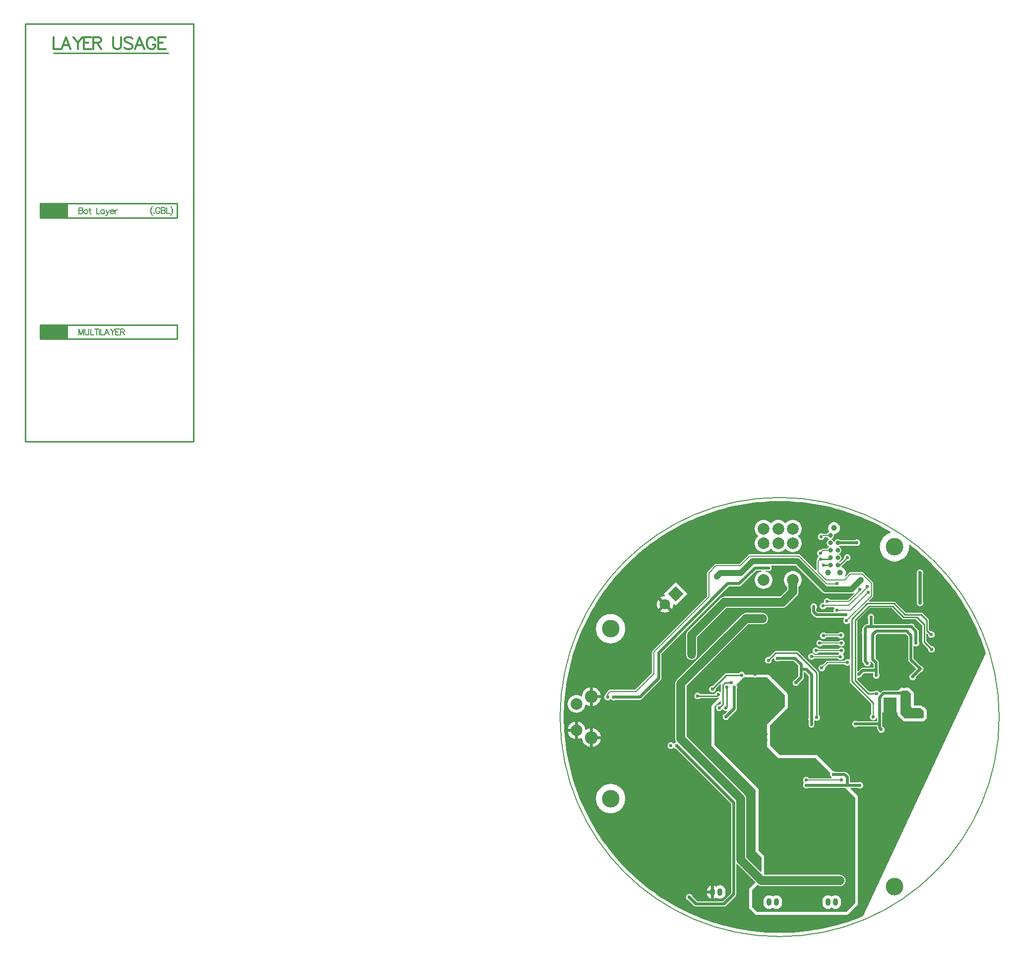
<source format=gbl>
G04*
G04 #@! TF.GenerationSoftware,Altium Limited,Altium Designer,20.0.2 (26)*
G04*
G04 Layer_Physical_Order=2*
G04 Layer_Color=16711680*
%FSLAX25Y25*%
%MOIN*%
G70*
G01*
G75*
%ADD10C,0.00787*%
%ADD11C,0.01000*%
%ADD12C,0.00800*%
%ADD14C,0.00500*%
%ADD17C,0.03937*%
%ADD18R,0.19000X0.09500*%
%ADD114C,0.02362*%
%ADD115C,0.01968*%
%ADD116C,0.05906*%
%ADD119C,0.00799*%
%ADD121C,0.00850*%
%ADD125C,0.03937*%
%ADD126C,0.08661*%
%ADD127C,0.07874*%
%ADD128C,0.02362*%
%ADD129C,0.07087*%
%ADD130P,0.10022X4X270.0*%
%ADD131O,0.03543X0.05118*%
%ADD132C,0.11811*%
%ADD133C,0.01180*%
%ADD134C,0.03150*%
%ADD135R,0.09055X0.12992*%
G36*
X-77413Y181889D02*
X-74417Y181796D01*
X-71423Y181641D01*
X-68434Y181424D01*
X-65449Y181146D01*
X-62471Y180806D01*
X-59500Y180404D01*
X-56538Y179942D01*
X-53587Y179418D01*
X-50647Y178833D01*
X-47719Y178187D01*
X-44806Y177481D01*
X-41908Y176716D01*
X-39026Y175890D01*
X-36162Y175005D01*
X-33317Y174061D01*
X-30492Y173058D01*
X-27688Y171998D01*
X-24907Y170879D01*
X-22149Y169703D01*
X-19417Y168471D01*
X-16710Y167182D01*
X-14031Y165838D01*
X-11380Y164439D01*
X-8758Y162985D01*
X-6167Y161477D01*
X-5826Y161269D01*
X-5900Y160728D01*
X-6289Y160619D01*
X-7015Y160351D01*
X-7717Y160027D01*
X-8392Y159649D01*
X-9035Y159220D01*
X-9643Y158741D01*
X-10211Y158216D01*
X-10736Y157648D01*
X-11214Y157040D01*
X-11644Y156397D01*
X-12022Y155722D01*
X-12346Y155020D01*
X-12614Y154294D01*
X-12823Y153550D01*
X-12974Y152791D01*
X-13065Y152023D01*
X-13096Y151251D01*
X-13065Y150478D01*
X-12974Y149710D01*
X-12823Y148951D01*
X-12614Y148207D01*
X-12346Y147481D01*
X-12022Y146779D01*
X-11644Y146104D01*
X-11214Y145461D01*
X-10736Y144853D01*
X-10211Y144286D01*
X-9643Y143761D01*
X-9035Y143282D01*
X-8392Y142852D01*
X-7717Y142474D01*
X-7015Y142150D01*
X-6289Y141883D01*
X-5545Y141673D01*
X-4786Y141522D01*
X-4018Y141431D01*
X-3246Y141400D01*
X-2473Y141431D01*
X-1705Y141522D01*
X-946Y141673D01*
X-202Y141883D01*
X524Y142150D01*
X1226Y142474D01*
X1901Y142852D01*
X2544Y143282D01*
X3152Y143761D01*
X3720Y144286D01*
X4245Y144853D01*
X4723Y145461D01*
X5153Y146104D01*
X5531Y146779D01*
X5855Y147481D01*
X6123Y148207D01*
X6333Y148951D01*
X6483Y149710D01*
X6574Y150478D01*
X6605Y151251D01*
X6574Y152023D01*
X6537Y152336D01*
X7009Y152605D01*
X8674Y151337D01*
X11021Y149471D01*
X13328Y147558D01*
X15595Y145597D01*
X17822Y143589D01*
X20006Y141536D01*
X22147Y139439D01*
X24245Y137297D01*
X26298Y135113D01*
X28305Y132887D01*
X30266Y130619D01*
X32180Y128312D01*
X34045Y125965D01*
X35862Y123581D01*
X37629Y121159D01*
X39346Y118702D01*
X41011Y116209D01*
X42625Y113683D01*
X44186Y111124D01*
X45693Y108533D01*
X47147Y105912D01*
X48547Y103261D01*
X49891Y100581D01*
X51180Y97875D01*
X52412Y95142D01*
X53588Y92385D01*
X54706Y89603D01*
X55767Y86800D01*
X56770Y83975D01*
X57714Y81129D01*
X58145Y79735D01*
X-24178Y-96808D01*
X-24907Y-97118D01*
X-27688Y-98237D01*
X-30492Y-99298D01*
X-33317Y-100300D01*
X-36162Y-101244D01*
X-39026Y-102129D01*
X-41908Y-102955D01*
X-44806Y-103721D01*
X-47719Y-104426D01*
X-50647Y-105072D01*
X-53587Y-105657D01*
X-56538Y-106181D01*
X-59500Y-106643D01*
X-62471Y-107045D01*
X-65449Y-107385D01*
X-68434Y-107663D01*
X-71423Y-107880D01*
X-74417Y-108035D01*
X-77413Y-108128D01*
X-80411Y-108159D01*
X-83408Y-108128D01*
X-86405Y-108035D01*
X-89398Y-107880D01*
X-92388Y-107663D01*
X-95373Y-107385D01*
X-98351Y-107045D01*
X-101322Y-106643D01*
X-104283Y-106181D01*
X-107235Y-105657D01*
X-110175Y-105072D01*
X-113102Y-104426D01*
X-116016Y-103721D01*
X-118914Y-102955D01*
X-121796Y-102129D01*
X-124660Y-101244D01*
X-127505Y-100300D01*
X-130330Y-99298D01*
X-133134Y-98237D01*
X-135915Y-97118D01*
X-138672Y-95943D01*
X-141405Y-94710D01*
X-144112Y-93422D01*
X-146791Y-92077D01*
X-149442Y-90678D01*
X-152063Y-89224D01*
X-154654Y-87716D01*
X-157213Y-86155D01*
X-159740Y-84541D01*
X-162232Y-82876D01*
X-164690Y-81160D01*
X-167111Y-79393D01*
X-169496Y-77576D01*
X-171842Y-75710D01*
X-174150Y-73797D01*
X-176417Y-71836D01*
X-178643Y-69828D01*
X-180828Y-67775D01*
X-182969Y-65678D01*
X-185067Y-63536D01*
X-187120Y-61352D01*
X-189127Y-59126D01*
X-191088Y-56858D01*
X-193002Y-54551D01*
X-194867Y-52205D01*
X-196684Y-49820D01*
X-198451Y-47398D01*
X-200167Y-44941D01*
X-201833Y-42448D01*
X-203446Y-39922D01*
X-205007Y-37363D01*
X-206515Y-34772D01*
X-207969Y-32151D01*
X-209368Y-29500D01*
X-210713Y-26820D01*
X-212001Y-24114D01*
X-213234Y-21381D01*
X-214410Y-18624D01*
X-215528Y-15843D01*
X-216589Y-13039D01*
X-217591Y-10214D01*
X-218535Y-7369D01*
X-219420Y-4504D01*
X-220246Y-1623D01*
X-221012Y1275D01*
X-221718Y4189D01*
X-222363Y7116D01*
X-222948Y10056D01*
X-223472Y13008D01*
X-223935Y15969D01*
X-224336Y18940D01*
X-224676Y21918D01*
X-224955Y24903D01*
X-225171Y27893D01*
X-225326Y30887D01*
X-225419Y33883D01*
X-225450Y36880D01*
X-225419Y39878D01*
X-225326Y42874D01*
X-225171Y45868D01*
X-224955Y48858D01*
X-224676Y51842D01*
X-224336Y54821D01*
X-223935Y57791D01*
X-223472Y60753D01*
X-222948Y63705D01*
X-222363Y66645D01*
X-221718Y69572D01*
X-221012Y72486D01*
X-220246Y75384D01*
X-219420Y78265D01*
X-218535Y81129D01*
X-217591Y83975D01*
X-216589Y86800D01*
X-215528Y89603D01*
X-214410Y92385D01*
X-213234Y95142D01*
X-212001Y97875D01*
X-210713Y100581D01*
X-209368Y103261D01*
X-207969Y105912D01*
X-206515Y108533D01*
X-205007Y111124D01*
X-203446Y113683D01*
X-201833Y116209D01*
X-200167Y118702D01*
X-198451Y121159D01*
X-196684Y123581D01*
X-194867Y125965D01*
X-193002Y128312D01*
X-191088Y130619D01*
X-189127Y132887D01*
X-187120Y135113D01*
X-185067Y137297D01*
X-182969Y139439D01*
X-180828Y141536D01*
X-178643Y143589D01*
X-176417Y145597D01*
X-174150Y147558D01*
X-171842Y149471D01*
X-169496Y151337D01*
X-167111Y153154D01*
X-164690Y154920D01*
X-162232Y156637D01*
X-159740Y158302D01*
X-157213Y159916D01*
X-154654Y161477D01*
X-152063Y162985D01*
X-149442Y164439D01*
X-146791Y165838D01*
X-144112Y167182D01*
X-141405Y168471D01*
X-138672Y169703D01*
X-135915Y170879D01*
X-133134Y171998D01*
X-130330Y173058D01*
X-127505Y174061D01*
X-124660Y175005D01*
X-121796Y175890D01*
X-118914Y176716D01*
X-116016Y177481D01*
X-113102Y178187D01*
X-110175Y178833D01*
X-107235Y179418D01*
X-104283Y179942D01*
X-101322Y180404D01*
X-98351Y180806D01*
X-95373Y181146D01*
X-92388Y181424D01*
X-89398Y181641D01*
X-86405Y181796D01*
X-83408Y181889D01*
X-80411Y181920D01*
X-77413Y181889D01*
D02*
G37*
%LPC*%
G36*
X-71553Y169357D02*
X-72132Y169329D01*
X-72706Y169244D01*
X-73269Y169103D01*
X-73815Y168907D01*
X-74340Y168659D01*
X-74838Y168361D01*
X-75304Y168015D01*
X-75734Y167625D01*
X-76123Y167195D01*
X-76163Y167142D01*
X-76785D01*
X-76825Y167195D01*
X-77214Y167625D01*
X-77644Y168015D01*
X-78110Y168361D01*
X-78608Y168659D01*
X-79133Y168907D01*
X-79679Y169103D01*
X-80242Y169244D01*
X-80816Y169329D01*
X-81395Y169357D01*
X-81975Y169329D01*
X-82549Y169244D01*
X-83112Y169103D01*
X-83658Y168907D01*
X-84182Y168659D01*
X-84680Y168361D01*
X-85146Y168015D01*
X-85576Y167625D01*
X-85966Y167195D01*
X-86005Y167142D01*
X-86628D01*
X-86667Y167195D01*
X-87057Y167625D01*
X-87487Y168015D01*
X-87953Y168361D01*
X-88451Y168659D01*
X-88975Y168907D01*
X-89521Y169103D01*
X-90084Y169244D01*
X-90658Y169329D01*
X-91238Y169357D01*
X-91817Y169329D01*
X-92391Y169244D01*
X-92954Y169103D01*
X-93500Y168907D01*
X-94025Y168659D01*
X-94523Y168361D01*
X-94989Y168015D01*
X-95419Y167625D01*
X-95808Y167195D01*
X-96154Y166729D01*
X-96452Y166232D01*
X-96700Y165707D01*
X-96896Y165161D01*
X-97037Y164598D01*
X-97122Y164024D01*
X-97150Y163444D01*
X-97122Y162865D01*
X-97037Y162291D01*
X-96896Y161728D01*
X-96700Y161182D01*
X-96452Y160657D01*
X-96154Y160160D01*
X-95808Y159694D01*
X-95419Y159264D01*
X-94989Y158874D01*
X-94936Y158835D01*
Y158212D01*
X-94989Y158173D01*
X-95419Y157783D01*
X-95808Y157353D01*
X-96154Y156887D01*
X-96452Y156389D01*
X-96700Y155865D01*
X-96896Y155318D01*
X-97037Y154755D01*
X-97122Y154182D01*
X-97150Y153602D01*
X-97122Y153023D01*
X-97037Y152448D01*
X-96896Y151886D01*
X-96700Y151339D01*
X-96452Y150815D01*
X-96154Y150317D01*
X-95808Y149851D01*
X-95419Y149421D01*
X-94989Y149031D01*
X-94523Y148686D01*
X-94025Y148388D01*
X-93500Y148139D01*
X-92954Y147944D01*
X-92391Y147803D01*
X-91817Y147718D01*
X-91238Y147689D01*
X-90658Y147718D01*
X-90084Y147803D01*
X-89521Y147944D01*
X-88975Y148139D01*
X-88451Y148388D01*
X-87953Y148686D01*
X-87487Y149031D01*
X-87057Y149421D01*
X-86667Y149851D01*
X-86628Y149904D01*
X-86005D01*
X-85966Y149851D01*
X-85576Y149421D01*
X-85146Y149031D01*
X-84680Y148686D01*
X-84182Y148388D01*
X-83658Y148139D01*
X-83112Y147944D01*
X-82549Y147803D01*
X-81975Y147718D01*
X-81395Y147689D01*
X-80816Y147718D01*
X-80242Y147803D01*
X-79679Y147944D01*
X-79133Y148139D01*
X-78608Y148388D01*
X-78110Y148686D01*
X-77644Y149031D01*
X-77214Y149421D01*
X-76825Y149851D01*
X-76785Y149904D01*
X-76163D01*
X-76123Y149851D01*
X-75734Y149421D01*
X-75304Y149031D01*
X-74838Y148686D01*
X-74340Y148388D01*
X-73815Y148139D01*
X-73269Y147944D01*
X-72706Y147803D01*
X-72132Y147718D01*
X-71553Y147689D01*
X-70973Y147718D01*
X-70399Y147803D01*
X-69836Y147944D01*
X-69290Y148139D01*
X-68765Y148388D01*
X-68268Y148686D01*
X-67802Y149031D01*
X-67372Y149421D01*
X-66982Y149851D01*
X-66637Y150317D01*
X-66338Y150815D01*
X-66090Y151339D01*
X-65895Y151886D01*
X-65754Y152448D01*
X-65669Y153023D01*
X-65640Y153602D01*
X-65669Y154182D01*
X-65754Y154755D01*
X-65895Y155318D01*
X-66090Y155865D01*
X-66338Y156389D01*
X-66637Y156887D01*
X-66982Y157353D01*
X-67372Y157783D01*
X-67802Y158173D01*
X-67855Y158212D01*
Y158835D01*
X-67802Y158874D01*
X-67372Y159264D01*
X-66982Y159694D01*
X-66637Y160160D01*
X-66338Y160657D01*
X-66090Y161182D01*
X-65895Y161728D01*
X-65754Y162291D01*
X-65669Y162865D01*
X-65640Y163444D01*
X-65669Y164024D01*
X-65754Y164598D01*
X-65895Y165161D01*
X-66090Y165707D01*
X-66338Y166232D01*
X-66637Y166729D01*
X-66982Y167195D01*
X-67372Y167625D01*
X-67802Y168015D01*
X-68268Y168361D01*
X-68765Y168659D01*
X-69290Y168907D01*
X-69836Y169103D01*
X-70399Y169244D01*
X-70973Y169329D01*
X-71553Y169357D01*
D02*
G37*
G36*
X-43882Y167829D02*
X-44323Y167804D01*
X-44759Y167730D01*
X-45184Y167607D01*
X-45592Y167438D01*
X-45980Y167224D01*
X-46340Y166968D01*
X-46670Y166674D01*
X-46965Y166344D01*
X-47220Y165983D01*
X-47434Y165596D01*
X-47604Y165188D01*
X-47726Y164763D01*
X-47800Y164327D01*
X-47825Y163885D01*
X-47800Y163444D01*
X-47726Y163008D01*
X-47604Y162583D01*
X-47434Y162174D01*
X-47220Y161787D01*
X-47131Y161662D01*
X-47128Y161525D01*
X-47274Y161112D01*
X-47315Y161069D01*
X-47463Y161008D01*
X-47782Y160812D01*
X-48066Y160570D01*
X-48309Y160285D01*
X-48428Y160091D01*
X-51658D01*
X-51658Y160091D01*
X-51710Y160086D01*
X-51817Y160131D01*
X-52151Y160211D01*
X-52494Y160238D01*
X-52836Y160211D01*
X-53170Y160131D01*
X-53487Y159999D01*
X-53780Y159820D01*
X-54040Y159597D01*
X-54264Y159336D01*
X-54443Y159043D01*
X-54574Y158726D01*
X-54654Y158392D01*
X-54681Y158050D01*
X-54654Y157708D01*
X-54574Y157374D01*
X-54443Y157056D01*
X-54264Y156764D01*
X-54040Y156503D01*
X-53780Y156280D01*
X-53487Y156100D01*
X-53170Y155969D01*
X-52836Y155889D01*
X-52494Y155862D01*
X-52151Y155889D01*
X-51817Y155969D01*
X-51500Y156100D01*
X-51208Y156280D01*
X-50946Y156503D01*
X-50723Y156764D01*
X-50544Y157056D01*
X-50413Y157374D01*
X-50339Y157679D01*
X-48428D01*
X-48309Y157485D01*
X-48066Y157201D01*
X-47782Y156958D01*
X-47463Y156763D01*
X-47187Y156649D01*
X-47134Y156385D01*
X-47187Y156122D01*
X-47463Y156008D01*
X-47782Y155813D01*
X-48066Y155570D01*
X-48309Y155286D01*
X-48504Y154967D01*
X-48647Y154622D01*
X-48734Y154258D01*
X-48764Y153885D01*
X-48734Y153513D01*
X-48647Y153149D01*
X-48504Y152804D01*
X-48309Y152485D01*
X-48066Y152201D01*
X-47782Y151958D01*
X-47463Y151763D01*
X-47187Y151648D01*
X-47134Y151385D01*
X-47187Y151122D01*
X-47463Y151008D01*
X-47782Y150812D01*
X-48066Y150570D01*
X-48309Y150285D01*
X-48428Y150091D01*
X-51158D01*
X-51393Y150068D01*
X-51619Y149999D01*
X-51828Y149888D01*
X-52011Y149738D01*
X-52560Y149189D01*
X-52651Y149211D01*
X-52994Y149238D01*
X-53336Y149211D01*
X-53670Y149130D01*
X-53987Y148999D01*
X-54280Y148820D01*
X-54540Y148597D01*
X-54764Y148336D01*
X-54943Y148043D01*
X-55074Y147726D01*
X-55154Y147392D01*
X-55181Y147050D01*
X-55154Y146707D01*
X-55074Y146374D01*
X-54943Y146056D01*
X-54764Y145764D01*
X-54540Y145503D01*
X-54366Y145353D01*
X-54317Y145050D01*
X-54366Y144746D01*
X-54540Y144597D01*
X-54764Y144336D01*
X-54943Y144043D01*
X-55074Y143726D01*
X-55154Y143392D01*
X-55181Y143050D01*
X-55154Y142708D01*
X-55133Y142616D01*
X-55346Y142402D01*
X-55496Y142220D01*
X-55607Y142011D01*
X-55676Y141785D01*
X-55699Y141550D01*
X-55699Y141550D01*
Y135614D01*
X-56161Y135423D01*
X-66641Y145902D01*
X-66824Y146052D01*
X-67032Y146164D01*
X-67258Y146232D01*
X-67493Y146256D01*
X-67494Y146256D01*
X-100493D01*
X-100494Y146256D01*
X-100729Y146232D01*
X-100955Y146164D01*
X-101163Y146052D01*
X-101346Y145902D01*
X-107493Y139756D01*
X-123072D01*
X-123072Y139756D01*
X-123307Y139732D01*
X-123533Y139664D01*
X-123741Y139552D01*
X-123924Y139402D01*
X-128846Y134481D01*
X-128996Y134298D01*
X-129107Y134089D01*
X-129176Y133863D01*
X-129199Y133628D01*
X-129199Y133628D01*
Y118122D01*
X-165721Y81601D01*
X-165870Y81419D01*
X-165982Y81210D01*
X-166051Y80984D01*
X-166074Y80749D01*
X-166074Y80748D01*
Y66562D01*
X-177395Y55240D01*
X-194272D01*
X-194507Y55217D01*
X-194733Y55148D01*
X-194942Y55037D01*
X-195124Y54887D01*
X-196851Y53160D01*
X-197001Y52977D01*
X-197113Y52769D01*
X-197181Y52543D01*
X-197204Y52307D01*
X-197204Y52307D01*
Y52096D01*
X-197285Y52047D01*
X-197546Y51824D01*
X-197769Y51563D01*
X-197948Y51270D01*
X-198080Y50953D01*
X-198160Y50619D01*
X-198187Y50277D01*
X-198160Y49935D01*
X-198080Y49601D01*
X-197948Y49284D01*
X-197769Y48991D01*
X-197546Y48730D01*
X-197285Y48507D01*
X-196992Y48328D01*
X-196675Y48196D01*
X-196341Y48116D01*
X-195999Y48089D01*
X-195657Y48116D01*
X-195323Y48196D01*
X-195005Y48328D01*
X-194713Y48507D01*
X-194452Y48730D01*
X-194229Y48991D01*
X-193654Y48971D01*
X-193639Y48946D01*
X-193416Y48685D01*
X-193155Y48462D01*
X-192862Y48283D01*
X-192545Y48152D01*
X-192211Y48071D01*
X-191869Y48044D01*
X-191527Y48071D01*
X-191193Y48152D01*
X-190876Y48283D01*
X-190615Y48443D01*
X-174245D01*
X-173966Y48465D01*
X-173692Y48530D01*
X-173433Y48638D01*
X-173193Y48784D01*
X-172980Y48967D01*
X-160407Y61540D01*
X-160224Y61753D01*
X-160078Y61993D01*
X-159970Y62252D01*
X-159905Y62525D01*
X-159883Y62805D01*
Y79363D01*
X-114486Y124760D01*
X-107493D01*
X-107213Y124782D01*
X-106940Y124848D01*
X-106681Y124955D01*
X-106441Y125102D01*
X-106228Y125284D01*
X-96252Y135260D01*
X-92592D01*
X-92530Y134760D01*
X-92954Y134654D01*
X-93500Y134458D01*
X-94025Y134210D01*
X-94523Y133912D01*
X-94989Y133566D01*
X-95419Y133177D01*
X-95808Y132747D01*
X-96154Y132281D01*
X-96452Y131783D01*
X-96700Y131258D01*
X-96896Y130712D01*
X-97037Y130149D01*
X-97122Y129575D01*
X-97150Y128996D01*
X-97122Y128416D01*
X-97037Y127842D01*
X-96896Y127279D01*
X-96700Y126733D01*
X-96452Y126208D01*
X-96154Y125711D01*
X-95808Y125245D01*
X-95419Y124815D01*
X-94989Y124425D01*
X-94523Y124080D01*
X-94025Y123781D01*
X-93500Y123533D01*
X-92954Y123338D01*
X-92391Y123197D01*
X-91817Y123111D01*
X-91238Y123083D01*
X-90658Y123111D01*
X-90084Y123197D01*
X-89521Y123338D01*
X-88975Y123533D01*
X-88451Y123781D01*
X-87953Y124080D01*
X-87487Y124425D01*
X-87057Y124815D01*
X-86667Y125245D01*
X-86322Y125711D01*
X-86023Y126208D01*
X-85775Y126733D01*
X-85580Y127279D01*
X-85439Y127842D01*
X-85354Y128416D01*
X-85325Y128996D01*
X-85354Y129575D01*
X-85439Y130149D01*
X-85580Y130712D01*
X-85775Y131258D01*
X-86023Y131783D01*
X-86322Y132281D01*
X-86667Y132747D01*
X-87057Y133177D01*
X-87487Y133566D01*
X-87953Y133912D01*
X-88451Y134210D01*
X-88975Y134458D01*
X-89521Y134654D01*
X-89946Y134760D01*
X-89884Y135260D01*
X-89247D01*
X-88987Y135100D01*
X-88670Y134969D01*
X-88336Y134889D01*
X-87994Y134862D01*
X-87651Y134889D01*
X-87317Y134969D01*
X-87000Y135100D01*
X-86708Y135280D01*
X-86446Y135503D01*
X-86224Y135764D01*
X-86044Y136056D01*
X-85913Y136374D01*
X-85833Y136707D01*
X-85806Y137050D01*
X-85833Y137392D01*
X-85913Y137726D01*
X-86044Y138043D01*
X-86186Y138275D01*
X-86125Y138489D01*
X-85941Y138775D01*
X-69643D01*
X-51506Y120638D01*
X-51506Y120638D01*
X-51233Y120399D01*
X-50931Y120197D01*
X-50606Y120037D01*
X-50262Y119920D01*
X-49906Y119849D01*
X-49544Y119826D01*
X-49544Y119826D01*
X-32227D01*
X-32226Y119826D01*
X-31864Y119849D01*
X-31508Y119920D01*
X-31165Y120037D01*
X-30839Y120197D01*
X-30601Y120356D01*
X-30283Y119968D01*
X-34516Y115734D01*
X-46661D01*
X-46723Y115836D01*
X-46946Y116097D01*
X-47207Y116320D01*
X-47500Y116499D01*
X-47817Y116630D01*
X-48151Y116711D01*
X-48493Y116738D01*
X-48836Y116711D01*
X-49170Y116630D01*
X-49487Y116499D01*
X-49779Y116320D01*
X-50041Y116097D01*
X-50264Y115836D01*
X-50443Y115543D01*
X-50574Y115226D01*
X-50654Y114892D01*
X-50681Y114550D01*
X-50654Y114207D01*
X-50621Y114070D01*
X-50793Y113800D01*
X-50899Y113697D01*
X-51016Y113633D01*
X-51248Y113651D01*
X-51590Y113624D01*
X-51924Y113544D01*
X-52241Y113413D01*
X-52534Y113233D01*
X-52794Y113011D01*
X-53017Y112750D01*
X-53197Y112457D01*
X-53328Y112140D01*
X-53408Y111806D01*
X-53435Y111463D01*
X-53408Y111121D01*
X-53328Y110787D01*
X-53197Y110470D01*
X-53017Y110178D01*
X-52794Y109916D01*
X-52534Y109694D01*
X-52241Y109514D01*
X-51924Y109383D01*
X-51590Y109303D01*
X-51248Y109276D01*
X-50905Y109303D01*
X-50571Y109383D01*
X-50254Y109514D01*
X-49962Y109694D01*
X-49700Y109916D01*
X-49477Y110178D01*
X-49298Y110470D01*
X-49247Y110593D01*
X-43949D01*
X-43719Y110093D01*
X-43730Y110081D01*
X-43909Y109788D01*
X-44041Y109471D01*
X-44121Y109137D01*
X-44148Y108794D01*
X-44121Y108452D01*
X-44041Y108118D01*
X-43909Y107801D01*
X-44193Y107308D01*
X-54752D01*
X-55735Y108291D01*
Y109750D01*
X-55724Y109764D01*
X-55544Y110056D01*
X-55413Y110374D01*
X-55333Y110707D01*
X-55306Y111050D01*
X-55333Y111392D01*
X-55413Y111726D01*
X-55544Y112043D01*
X-55724Y112336D01*
X-55946Y112597D01*
X-56208Y112820D01*
X-56500Y112999D01*
X-56817Y113130D01*
X-57151Y113211D01*
X-57494Y113238D01*
X-57836Y113211D01*
X-58170Y113130D01*
X-58487Y112999D01*
X-58780Y112820D01*
X-59040Y112597D01*
X-59263Y112336D01*
X-59443Y112043D01*
X-59574Y111726D01*
X-59654Y111392D01*
X-59681Y111050D01*
X-59654Y110707D01*
X-59574Y110374D01*
X-59443Y110056D01*
X-59315Y109847D01*
Y107550D01*
X-59293Y107270D01*
X-59227Y106997D01*
X-59120Y106737D01*
X-58973Y106498D01*
X-58791Y106284D01*
X-56759Y104253D01*
X-56546Y104070D01*
X-56306Y103924D01*
X-56047Y103816D01*
X-55774Y103751D01*
X-55493Y103728D01*
X-37216D01*
X-37131Y103677D01*
X-37031Y103152D01*
X-37038Y103111D01*
X-37062Y103072D01*
X-37264Y102836D01*
X-37443Y102543D01*
X-37574Y102226D01*
X-37654Y101892D01*
X-37681Y101550D01*
X-37654Y101207D01*
X-37574Y100874D01*
X-37443Y100557D01*
X-37264Y100264D01*
X-37041Y100003D01*
X-36779Y99780D01*
X-36487Y99600D01*
X-36170Y99469D01*
X-35836Y99389D01*
X-35493Y99362D01*
X-35151Y99389D01*
X-34817Y99469D01*
X-34500Y99600D01*
X-34207Y99780D01*
X-33946Y100003D01*
X-33832Y100136D01*
X-33332Y99973D01*
Y75632D01*
X-33518Y75486D01*
X-33832Y75377D01*
X-34026Y75496D01*
X-34343Y75627D01*
X-34677Y75708D01*
X-35019Y75735D01*
X-35362Y75708D01*
X-35696Y75627D01*
X-36013Y75496D01*
X-36305Y75317D01*
X-36567Y75094D01*
X-36790Y74833D01*
X-36839Y74752D01*
X-48392D01*
X-48392Y74752D01*
X-48627Y74729D01*
X-48854Y74661D01*
X-49062Y74549D01*
X-49245Y74399D01*
X-49245Y74399D01*
X-51673Y71971D01*
X-51764Y71993D01*
X-52107Y72020D01*
X-52449Y71993D01*
X-52783Y71913D01*
X-53100Y71782D01*
X-53393Y71602D01*
X-53654Y71379D01*
X-53877Y71118D01*
X-54056Y70826D01*
X-54187Y70508D01*
X-54268Y70175D01*
X-54294Y69832D01*
X-54268Y69490D01*
X-54187Y69156D01*
X-54056Y68839D01*
X-53877Y68546D01*
X-53654Y68285D01*
X-53393Y68062D01*
X-53100Y67883D01*
X-52783Y67752D01*
X-52449Y67672D01*
X-52107Y67645D01*
X-51764Y67672D01*
X-51430Y67752D01*
X-51113Y67883D01*
X-50821Y68062D01*
X-50560Y68285D01*
X-50337Y68546D01*
X-50157Y68839D01*
X-50026Y69156D01*
X-49946Y69490D01*
X-49919Y69832D01*
X-49946Y70175D01*
X-49968Y70266D01*
X-47893Y72341D01*
X-36839D01*
X-36790Y72261D01*
X-36567Y72000D01*
X-36305Y71777D01*
X-36013Y71597D01*
X-35696Y71466D01*
X-35362Y71386D01*
X-35019Y71359D01*
X-34677Y71386D01*
X-34343Y71466D01*
X-34026Y71597D01*
X-33832Y71716D01*
X-33518Y71607D01*
X-33332Y71462D01*
Y60858D01*
X-33307Y60603D01*
X-33233Y60358D01*
X-33112Y60132D01*
X-32950Y59934D01*
X-18900Y45884D01*
Y45187D01*
X-18875Y44932D01*
X-18800Y44688D01*
X-18799Y44685D01*
Y38769D01*
X-18880Y38720D01*
X-19140Y38497D01*
X-19364Y38236D01*
X-19543Y37943D01*
X-19674Y37626D01*
X-19754Y37292D01*
X-19781Y36950D01*
X-19754Y36608D01*
X-19674Y36274D01*
X-19543Y35956D01*
X-19364Y35664D01*
X-19140Y35403D01*
X-18880Y35180D01*
X-18587Y35000D01*
X-18270Y34869D01*
X-17936Y34789D01*
X-17594Y34762D01*
X-17251Y34789D01*
X-16917Y34869D01*
X-16600Y35000D01*
X-16308Y35180D01*
X-16047Y35403D01*
X-15823Y35664D01*
X-15644Y35956D01*
X-15513Y36274D01*
X-15481Y36406D01*
X-14981Y36347D01*
Y34062D01*
X-28176D01*
X-28436Y34222D01*
X-28753Y34353D01*
X-29087Y34433D01*
X-29429Y34460D01*
X-29772Y34433D01*
X-30105Y34353D01*
X-30423Y34222D01*
X-30715Y34042D01*
X-30976Y33819D01*
X-31199Y33558D01*
X-31379Y33266D01*
X-31510Y32948D01*
X-31590Y32615D01*
X-31617Y32272D01*
X-31590Y31930D01*
X-31510Y31596D01*
X-31379Y31279D01*
X-31199Y30986D01*
X-30976Y30725D01*
X-30715Y30502D01*
X-30423Y30323D01*
X-30105Y30192D01*
X-29772Y30111D01*
X-29429Y30084D01*
X-29087Y30111D01*
X-28753Y30192D01*
X-28436Y30323D01*
X-28176Y30483D01*
X-14981D01*
Y29622D01*
X-14959Y29342D01*
X-14893Y29069D01*
X-14786Y28809D01*
X-14639Y28570D01*
X-14457Y28356D01*
X-14231Y28130D01*
X-14159Y27833D01*
X-14028Y27516D01*
X-13849Y27223D01*
X-13626Y26962D01*
X-13365Y26739D01*
X-13072Y26560D01*
X-12755Y26428D01*
X-12421Y26348D01*
X-12079Y26321D01*
X-11736Y26348D01*
X-11402Y26428D01*
X-11085Y26560D01*
X-10793Y26739D01*
X-10532Y26962D01*
X-10309Y27223D01*
X-10129Y27516D01*
X-9998Y27833D01*
X-9918Y28167D01*
X-9891Y28509D01*
X-9918Y28852D01*
X-9998Y29185D01*
X-10129Y29502D01*
X-10309Y29795D01*
X-10532Y30056D01*
X-10793Y30279D01*
X-11085Y30459D01*
X-11401Y30590D01*
Y32272D01*
Y40012D01*
X-11164Y40177D01*
X-10902Y40255D01*
X-10636Y40077D01*
X-10265Y39895D01*
X-10042Y39819D01*
Y42810D01*
X-8073D01*
Y39819D01*
X-7850Y39895D01*
X-7479Y40077D01*
X-7136Y40306D01*
X-6825Y40579D01*
X-6553Y40889D01*
X-6392Y41130D01*
X-6105Y41188D01*
X-5817Y41130D01*
X-5656Y40889D01*
X-5384Y40579D01*
X-5073Y40306D01*
X-4730Y40077D01*
X-4360Y39895D01*
X-4136Y39819D01*
Y42811D01*
X-2168D01*
Y39819D01*
X-1944Y39895D01*
X-1689Y40020D01*
X-1358Y39884D01*
X-1190Y39732D01*
Y38874D01*
X-1165Y38565D01*
X-1093Y38263D01*
X-974Y37977D01*
X-812Y37713D01*
X-611Y37477D01*
X-611Y37477D01*
X2342Y34525D01*
X2577Y34323D01*
X2841Y34161D01*
X3128Y34043D01*
X3429Y33970D01*
X3738Y33946D01*
X3738Y33946D01*
X15549D01*
X15549Y33946D01*
X15858Y33970D01*
X16159Y34043D01*
X16445Y34161D01*
X16710Y34323D01*
X16945Y34525D01*
X17929Y35509D01*
X17929Y35509D01*
X18131Y35744D01*
X18293Y36009D01*
X18411Y36295D01*
X18483Y36596D01*
X18508Y36905D01*
Y40842D01*
X18508Y40842D01*
X18483Y41151D01*
X18411Y41452D01*
X18293Y41739D01*
X18131Y42003D01*
X17929Y42238D01*
X15961Y44207D01*
X15725Y44408D01*
X15461Y44570D01*
X15175Y44688D01*
X14874Y44761D01*
X14565Y44785D01*
X14564Y44785D01*
X9650D01*
Y52653D01*
X9625Y52962D01*
X9553Y53263D01*
X9434Y53549D01*
X9272Y53814D01*
X9071Y54049D01*
X9071Y54049D01*
X7103Y56018D01*
X6867Y56219D01*
X6603Y56381D01*
X6317Y56499D01*
X6015Y56572D01*
X5706Y56596D01*
X5706Y56596D01*
X1770D01*
X1769Y56596D01*
X1460Y56572D01*
X1159Y56499D01*
X873Y56381D01*
X609Y56219D01*
X373Y56018D01*
X-611Y55034D01*
X-812Y54798D01*
X-909Y54640D01*
X-10435D01*
X-10715Y54618D01*
X-10988Y54552D01*
X-11248Y54445D01*
X-11487Y54298D01*
X-11701Y54115D01*
X-12578Y53239D01*
X-12685Y53224D01*
X-13157Y53367D01*
X-13207Y53488D01*
X-13386Y53781D01*
X-13610Y54042D01*
X-13871Y54265D01*
X-14163Y54444D01*
X-14480Y54576D01*
X-14814Y54656D01*
X-15157Y54683D01*
X-15499Y54656D01*
X-15833Y54576D01*
X-16150Y54444D01*
X-16443Y54265D01*
X-16704Y54042D01*
X-16909Y53801D01*
X-20379D01*
X-28296Y61719D01*
Y63104D01*
X-28012Y63347D01*
X-27796Y63451D01*
X-27536Y63389D01*
X-27193Y63362D01*
X-26851Y63389D01*
X-26517Y63469D01*
X-26200Y63600D01*
X-25907Y63780D01*
X-25646Y64003D01*
X-25423Y64264D01*
X-25244Y64556D01*
X-25113Y64874D01*
X-25041Y65171D01*
X-23833Y66380D01*
X-17595D01*
X-17421Y65880D01*
X-17443Y65843D01*
X-17574Y65526D01*
X-17654Y65192D01*
X-17681Y64850D01*
X-17654Y64508D01*
X-17574Y64174D01*
X-17443Y63857D01*
X-17264Y63564D01*
X-17041Y63303D01*
X-16780Y63080D01*
X-16487Y62900D01*
X-16170Y62769D01*
X-15836Y62689D01*
X-15494Y62662D01*
X-15151Y62689D01*
X-14817Y62769D01*
X-14500Y62900D01*
X-14208Y63080D01*
X-13947Y63303D01*
X-13724Y63564D01*
X-13544Y63857D01*
X-13413Y64174D01*
X-13333Y64508D01*
X-13306Y64850D01*
X-13333Y65192D01*
X-13413Y65526D01*
X-13544Y65843D01*
X-13724Y66136D01*
X-13779Y66201D01*
Y69374D01*
Y73275D01*
X-13801Y73555D01*
X-13867Y73828D01*
X-13974Y74088D01*
X-14121Y74327D01*
X-14303Y74541D01*
X-16060Y76297D01*
Y91528D01*
X-14885Y92702D01*
X4236D01*
X5965Y90972D01*
Y75401D01*
X5988Y75121D01*
X6053Y74848D01*
X6161Y74588D01*
X6307Y74349D01*
X6490Y74135D01*
X11475Y69150D01*
X8204Y65878D01*
X8013Y65799D01*
X7721Y65620D01*
X7459Y65397D01*
X7237Y65136D01*
X7057Y64843D01*
X6926Y64526D01*
X6846Y64192D01*
X6819Y63850D01*
X6846Y63507D01*
X6926Y63174D01*
X7057Y62857D01*
X7237Y62564D01*
X7459Y62303D01*
X7721Y62080D01*
X8013Y61900D01*
X8330Y61769D01*
X8664Y61689D01*
X9007Y61662D01*
X9349Y61689D01*
X9683Y61769D01*
X10000Y61900D01*
X10293Y62080D01*
X10554Y62303D01*
X10776Y62564D01*
X10956Y62857D01*
X11087Y63174D01*
X11167Y63507D01*
X11191Y63803D01*
X14386Y66998D01*
X14683Y67069D01*
X15000Y67200D01*
X15292Y67380D01*
X15553Y67603D01*
X15777Y67864D01*
X15956Y68156D01*
X16087Y68474D01*
X16167Y68808D01*
X16194Y69150D01*
X16167Y69492D01*
X16087Y69826D01*
X15956Y70143D01*
X15777Y70436D01*
X15553Y70697D01*
X15292Y70920D01*
X15000Y71099D01*
X14683Y71231D01*
X14386Y71302D01*
X9545Y76142D01*
Y84539D01*
X9780Y84705D01*
X10045Y84788D01*
X10259Y84657D01*
X10576Y84526D01*
X10910Y84446D01*
X11252Y84419D01*
X11595Y84446D01*
X11929Y84526D01*
X12246Y84657D01*
X12538Y84837D01*
X12799Y85059D01*
X13022Y85321D01*
X13202Y85613D01*
X13333Y85931D01*
X13413Y86264D01*
X13440Y86607D01*
X13413Y86949D01*
X13333Y87283D01*
X13202Y87600D01*
X13042Y87860D01*
Y94391D01*
X13020Y94671D01*
X12955Y94944D01*
X12847Y95203D01*
X12700Y95443D01*
X12518Y95656D01*
X10225Y97949D01*
X10154Y98246D01*
X10023Y98563D01*
X9843Y98856D01*
X9620Y99117D01*
X9359Y99340D01*
X9066Y99519D01*
X8749Y99651D01*
X8415Y99731D01*
X8073Y99758D01*
X7731Y99731D01*
X7397Y99651D01*
X7080Y99519D01*
X6787Y99340D01*
X6750Y99308D01*
X-17235D01*
Y102828D01*
X-17076Y103088D01*
X-16944Y103405D01*
X-16864Y103739D01*
X-16837Y104081D01*
X-16864Y104423D01*
X-16944Y104757D01*
X-17076Y105075D01*
X-17255Y105367D01*
X-17478Y105628D01*
X-17739Y105851D01*
X-18032Y106031D01*
X-18349Y106162D01*
X-18683Y106242D01*
X-19025Y106269D01*
X-19367Y106242D01*
X-19701Y106162D01*
X-20018Y106031D01*
X-20311Y105851D01*
X-20572Y105628D01*
X-20795Y105367D01*
X-20974Y105075D01*
X-21106Y104757D01*
X-21186Y104423D01*
X-21213Y104081D01*
X-21186Y103739D01*
X-21106Y103405D01*
X-20974Y103088D01*
X-20815Y102828D01*
Y99308D01*
X-21773D01*
X-22053Y99286D01*
X-22326Y99220D01*
X-22586Y99113D01*
X-22825Y98966D01*
X-23039Y98784D01*
X-24259Y97563D01*
X-24442Y97350D01*
X-24588Y97110D01*
X-24696Y96851D01*
X-24761Y96578D01*
X-24783Y96298D01*
Y94804D01*
X-24943Y94543D01*
X-25074Y94226D01*
X-25154Y93892D01*
X-25181Y93550D01*
X-25154Y93208D01*
X-25074Y92874D01*
X-24943Y92557D01*
X-24783Y92296D01*
Y74550D01*
X-24761Y74270D01*
X-24696Y73997D01*
X-24588Y73737D01*
X-24442Y73498D01*
X-24259Y73284D01*
X-23646Y72671D01*
X-23574Y72374D01*
X-23443Y72057D01*
X-23264Y71764D01*
X-23041Y71503D01*
X-22780Y71280D01*
X-22487Y71100D01*
X-22170Y70969D01*
X-21836Y70889D01*
X-21494Y70862D01*
X-21151Y70889D01*
X-20817Y70969D01*
X-20500Y71100D01*
X-20208Y71280D01*
X-19947Y71503D01*
X-19724Y71764D01*
X-19544Y72057D01*
X-19413Y72374D01*
X-19333Y72707D01*
X-19306Y73050D01*
X-19333Y73392D01*
X-19413Y73726D01*
X-19544Y74043D01*
X-19116Y74291D01*
X-19115Y74290D01*
X-17359Y72534D01*
Y70116D01*
X-17515Y69959D01*
X-24574D01*
X-24854Y69937D01*
X-25127Y69871D01*
X-25386Y69764D01*
X-25626Y69617D01*
X-25839Y69435D01*
X-27573Y67702D01*
X-27870Y67630D01*
X-28368Y67965D01*
Y101524D01*
X-19760Y110133D01*
X-5170D01*
X1969Y102993D01*
X1969Y102993D01*
X2167Y102831D01*
X2393Y102710D01*
X2638Y102636D01*
X2893Y102611D01*
X11211D01*
X15446Y98376D01*
Y87323D01*
X15472Y87068D01*
X15546Y86823D01*
X15666Y86597D01*
X15829Y86399D01*
X19501Y82728D01*
X19476Y82412D01*
X19503Y82070D01*
X19583Y81736D01*
X19714Y81419D01*
X19894Y81126D01*
X20117Y80865D01*
X20378Y80642D01*
X20670Y80463D01*
X20988Y80331D01*
X21321Y80251D01*
X21664Y80224D01*
X22006Y80251D01*
X22340Y80331D01*
X22657Y80463D01*
X22950Y80642D01*
X23211Y80865D01*
X23434Y81126D01*
X23613Y81419D01*
X23744Y81736D01*
X23824Y82070D01*
X23851Y82412D01*
X23824Y82754D01*
X23744Y83088D01*
X23613Y83405D01*
X23434Y83698D01*
X23211Y83959D01*
X22950Y84182D01*
X22657Y84361D01*
X22340Y84493D01*
X22006Y84573D01*
X21664Y84600D01*
X21348Y84575D01*
X18059Y87864D01*
Y92903D01*
X18325Y93013D01*
X18559Y93055D01*
X18713Y92929D01*
X18766Y92901D01*
X19357Y92310D01*
X19381Y91998D01*
X19461Y91664D01*
X19593Y91347D01*
X19772Y91054D01*
X19995Y90793D01*
X20256Y90570D01*
X20549Y90391D01*
X20866Y90259D01*
X21200Y90179D01*
X21542Y90152D01*
X21884Y90179D01*
X22218Y90259D01*
X22535Y90391D01*
X22828Y90570D01*
X23089Y90793D01*
X23312Y91054D01*
X23492Y91347D01*
X23623Y91664D01*
X23703Y91998D01*
X23730Y92340D01*
X23703Y92682D01*
X23623Y93016D01*
X23492Y93334D01*
X23312Y93626D01*
X23089Y93887D01*
X22828Y94110D01*
X22535Y94290D01*
X22218Y94421D01*
X21884Y94501D01*
X21542Y94528D01*
X21200Y94501D01*
X20926Y94435D01*
X20422Y94939D01*
X20224Y95101D01*
X20172Y95130D01*
X19859Y95442D01*
Y101963D01*
X19859Y101963D01*
X19834Y102218D01*
X19760Y102463D01*
X19639Y102689D01*
X19477Y102887D01*
X19476Y102887D01*
X15823Y106541D01*
X15625Y106703D01*
X15399Y106824D01*
X15154Y106898D01*
X14899Y106923D01*
X4465D01*
X-2675Y114062D01*
X-2873Y114225D01*
X-3098Y114346D01*
X-3343Y114420D01*
X-3598Y114445D01*
X-20240D01*
X-20431Y114907D01*
X-17760Y117578D01*
X-17610Y117761D01*
X-17498Y117969D01*
X-17430Y118196D01*
X-17407Y118431D01*
Y126669D01*
X-17407Y126669D01*
X-17430Y126904D01*
X-17498Y127130D01*
X-17610Y127339D01*
X-17760Y127521D01*
X-24141Y133902D01*
X-24324Y134052D01*
X-24532Y134164D01*
X-24758Y134232D01*
X-24994Y134256D01*
X-24994Y134256D01*
X-32807D01*
X-32807Y134256D01*
X-33042Y134232D01*
X-33268Y134164D01*
X-33477Y134052D01*
X-33659Y133902D01*
X-33659Y133902D01*
X-36309Y131253D01*
X-36693Y131576D01*
X-36543Y131787D01*
X-36329Y132175D01*
X-36160Y132583D01*
X-36037Y133008D01*
X-35963Y133444D01*
X-35938Y133885D01*
X-35963Y134327D01*
X-36037Y134763D01*
X-36160Y135188D01*
X-36329Y135596D01*
X-36543Y135983D01*
X-36799Y136344D01*
X-37093Y136674D01*
X-37423Y136968D01*
X-37784Y137224D01*
X-38171Y137438D01*
X-38579Y137607D01*
X-38776Y137664D01*
X-38830Y137715D01*
X-38974Y138120D01*
X-38966Y138230D01*
X-35309Y141887D01*
X-34993Y141862D01*
X-34651Y141889D01*
X-34317Y141969D01*
X-34000Y142100D01*
X-33707Y142280D01*
X-33446Y142503D01*
X-33224Y142764D01*
X-33044Y143056D01*
X-32913Y143374D01*
X-32833Y143708D01*
X-32806Y144050D01*
X-32833Y144392D01*
X-32913Y144726D01*
X-33044Y145043D01*
X-33224Y145336D01*
X-33446Y145597D01*
X-33707Y145820D01*
X-34000Y145999D01*
X-34317Y146131D01*
X-34651Y146211D01*
X-34993Y146238D01*
X-35336Y146211D01*
X-35670Y146131D01*
X-35987Y145999D01*
X-36279Y145820D01*
X-36541Y145597D01*
X-36764Y145336D01*
X-36943Y145043D01*
X-37074Y144726D01*
X-37154Y144392D01*
X-37181Y144050D01*
X-37157Y143734D01*
X-40041Y140849D01*
X-40300Y141008D01*
X-40576Y141122D01*
X-40629Y141385D01*
X-40576Y141648D01*
X-40300Y141763D01*
X-39981Y141958D01*
X-39697Y142201D01*
X-39454Y142485D01*
X-39259Y142804D01*
X-39116Y143149D01*
X-39029Y143513D01*
X-39000Y143885D01*
X-39029Y144258D01*
X-39116Y144622D01*
X-39259Y144967D01*
X-39454Y145285D01*
X-39697Y145570D01*
X-39981Y145812D01*
X-40300Y146008D01*
X-40576Y146122D01*
X-40629Y146385D01*
X-40576Y146649D01*
X-40300Y146763D01*
X-39981Y146958D01*
X-39697Y147201D01*
X-39454Y147485D01*
X-39259Y147804D01*
X-39116Y148149D01*
X-39029Y148513D01*
X-39000Y148885D01*
X-39029Y149258D01*
X-39116Y149621D01*
X-39259Y149967D01*
X-39454Y150285D01*
X-39697Y150570D01*
X-39981Y150812D01*
X-40300Y151008D01*
X-40576Y151122D01*
X-40629Y151385D01*
X-40576Y151648D01*
X-40300Y151763D01*
X-39981Y151958D01*
X-39821Y152096D01*
X-29475D01*
X-29170Y151969D01*
X-28836Y151889D01*
X-28493Y151862D01*
X-28151Y151889D01*
X-27817Y151969D01*
X-27500Y152100D01*
X-27207Y152280D01*
X-26946Y152503D01*
X-26724Y152764D01*
X-26544Y153057D01*
X-26413Y153374D01*
X-26333Y153708D01*
X-26306Y154050D01*
X-26333Y154392D01*
X-26413Y154726D01*
X-26544Y155043D01*
X-26724Y155336D01*
X-26946Y155597D01*
X-27207Y155820D01*
X-27500Y155999D01*
X-27817Y156131D01*
X-28151Y156211D01*
X-28493Y156238D01*
X-28836Y156211D01*
X-29170Y156131D01*
X-29487Y155999D01*
X-29779Y155820D01*
X-29949Y155675D01*
X-39821D01*
X-39981Y155813D01*
X-40300Y156008D01*
X-40646Y156151D01*
X-41009Y156238D01*
X-41382Y156267D01*
X-41754Y156238D01*
X-42118Y156151D01*
X-42463Y156008D01*
X-42782Y155813D01*
X-43066Y155570D01*
X-43309Y155286D01*
X-43504Y154967D01*
X-43619Y154691D01*
X-43882Y154638D01*
X-44145Y154691D01*
X-44259Y154967D01*
X-44455Y155286D01*
X-44697Y155570D01*
X-44982Y155813D01*
X-45300Y156008D01*
X-45576Y156122D01*
X-45629Y156385D01*
X-45576Y156649D01*
X-45300Y156763D01*
X-44982Y156958D01*
X-44697Y157201D01*
X-44455Y157485D01*
X-44259Y157804D01*
X-44116Y158149D01*
X-44029Y158513D01*
X-43999Y158885D01*
X-44029Y159258D01*
X-44076Y159452D01*
X-43991Y159665D01*
X-43882Y159812D01*
X-43712Y159952D01*
X-43440Y159967D01*
X-43004Y160041D01*
X-42579Y160163D01*
X-42171Y160333D01*
X-41784Y160547D01*
X-41423Y160802D01*
X-41093Y161097D01*
X-40799Y161427D01*
X-40543Y161787D01*
X-40329Y162174D01*
X-40160Y162583D01*
X-40037Y163008D01*
X-39963Y163444D01*
X-39938Y163885D01*
X-39963Y164327D01*
X-40037Y164763D01*
X-40160Y165188D01*
X-40329Y165596D01*
X-40543Y165983D01*
X-40799Y166344D01*
X-41093Y166674D01*
X-41423Y166968D01*
X-41784Y167224D01*
X-42171Y167438D01*
X-42579Y167607D01*
X-43004Y167730D01*
X-43440Y167804D01*
X-43882Y167829D01*
D02*
G37*
G36*
X-150342Y127490D02*
X-158137Y119695D01*
X-157068Y118626D01*
X-157285Y118137D01*
X-157413Y118143D01*
X-157954Y118116D01*
X-158490Y118037D01*
X-159015Y117905D01*
X-159525Y117723D01*
X-160014Y117491D01*
X-160479Y117213D01*
X-160554Y117157D01*
X-156717Y113320D01*
X-152880Y109484D01*
X-152825Y109558D01*
X-152546Y110023D01*
X-152315Y110512D01*
X-152132Y111022D01*
X-152001Y111548D01*
X-151921Y112083D01*
X-151895Y112624D01*
X-151901Y112752D01*
X-151411Y112970D01*
X-150342Y111901D01*
X-142547Y119695D01*
X-150342Y127490D01*
D02*
G37*
G36*
X13903Y136049D02*
X13560Y136022D01*
X13226Y135942D01*
X12909Y135811D01*
X12617Y135631D01*
X12355Y135408D01*
X12133Y135147D01*
X11953Y134854D01*
X11822Y134537D01*
X11742Y134204D01*
X11715Y133861D01*
X11742Y133519D01*
X11822Y133185D01*
X11915Y132959D01*
Y114499D01*
X11822Y114273D01*
X11742Y113939D01*
X11715Y113597D01*
X11742Y113255D01*
X11822Y112921D01*
X11953Y112604D01*
X12133Y112311D01*
X12355Y112050D01*
X12617Y111827D01*
X12909Y111648D01*
X13226Y111516D01*
X13560Y111436D01*
X13903Y111409D01*
X14245Y111436D01*
X14579Y111516D01*
X14896Y111648D01*
X15189Y111827D01*
X15450Y112050D01*
X15673Y112311D01*
X15852Y112604D01*
X15983Y112921D01*
X16063Y113255D01*
X16090Y113597D01*
X16063Y113939D01*
X15983Y114273D01*
X15890Y114499D01*
Y132959D01*
X15983Y133185D01*
X16063Y133519D01*
X16090Y133861D01*
X16063Y134204D01*
X15983Y134537D01*
X15852Y134854D01*
X15673Y135147D01*
X15450Y135408D01*
X15189Y135631D01*
X14896Y135811D01*
X14579Y135942D01*
X14245Y136022D01*
X13903Y136049D01*
D02*
G37*
G36*
X-161946Y115765D02*
X-162001Y115690D01*
X-162280Y115226D01*
X-162511Y114736D01*
X-162694Y114226D01*
X-162825Y113701D01*
X-162905Y113165D01*
X-162932Y112624D01*
X-162905Y112083D01*
X-162825Y111548D01*
X-162694Y111022D01*
X-162511Y110512D01*
X-162280Y110023D01*
X-162001Y109558D01*
X-161946Y109484D01*
X-158805Y112624D01*
X-161946Y115765D01*
D02*
G37*
G36*
X-157413Y111232D02*
X-160554Y108091D01*
X-160479Y108036D01*
X-160014Y107757D01*
X-159525Y107526D01*
X-159015Y107343D01*
X-158490Y107212D01*
X-157954Y107132D01*
X-157413Y107106D01*
X-156872Y107132D01*
X-156336Y107212D01*
X-155811Y107343D01*
X-155301Y107526D01*
X-154812Y107757D01*
X-154347Y108036D01*
X-154272Y108091D01*
X-157413Y111232D01*
D02*
G37*
G36*
X-39220Y94011D02*
X-39562Y93984D01*
X-39896Y93903D01*
X-40214Y93772D01*
X-40506Y93593D01*
X-40767Y93370D01*
X-40990Y93109D01*
X-41039Y93028D01*
X-49388D01*
X-49446Y93097D01*
X-49707Y93320D01*
X-50000Y93499D01*
X-50317Y93630D01*
X-50651Y93711D01*
X-50994Y93738D01*
X-51336Y93711D01*
X-51670Y93630D01*
X-51987Y93499D01*
X-52280Y93320D01*
X-52540Y93097D01*
X-52763Y92836D01*
X-52943Y92543D01*
X-53074Y92226D01*
X-53154Y91892D01*
X-53181Y91550D01*
X-53154Y91207D01*
X-53074Y90874D01*
X-52943Y90557D01*
X-52763Y90264D01*
X-52540Y90003D01*
X-52280Y89780D01*
X-51987Y89600D01*
X-51670Y89469D01*
X-51336Y89389D01*
X-50994Y89362D01*
X-50651Y89389D01*
X-50317Y89469D01*
X-50000Y89600D01*
X-49707Y89780D01*
X-49446Y90003D01*
X-49224Y90264D01*
X-49044Y90557D01*
X-49019Y90617D01*
X-41039D01*
X-40990Y90537D01*
X-40767Y90276D01*
X-40506Y90053D01*
X-40214Y89873D01*
X-39896Y89742D01*
X-39562Y89662D01*
X-39220Y89635D01*
X-38878Y89662D01*
X-38544Y89742D01*
X-38227Y89873D01*
X-37934Y90053D01*
X-37673Y90276D01*
X-37450Y90537D01*
X-37271Y90829D01*
X-37139Y91147D01*
X-37059Y91480D01*
X-37032Y91823D01*
X-37059Y92165D01*
X-37139Y92499D01*
X-37271Y92816D01*
X-37450Y93109D01*
X-37673Y93370D01*
X-37934Y93593D01*
X-38227Y93772D01*
X-38544Y93903D01*
X-38878Y93984D01*
X-39220Y94011D01*
D02*
G37*
G36*
X-38903Y88738D02*
X-39245Y88711D01*
X-39579Y88630D01*
X-39896Y88499D01*
X-40189Y88320D01*
X-40450Y88097D01*
X-40672Y87836D01*
X-40722Y87756D01*
X-51674D01*
X-51723Y87836D01*
X-51947Y88097D01*
X-52207Y88320D01*
X-52500Y88499D01*
X-52817Y88630D01*
X-53151Y88711D01*
X-53493Y88738D01*
X-53836Y88711D01*
X-54170Y88630D01*
X-54487Y88499D01*
X-54779Y88320D01*
X-55041Y88097D01*
X-55264Y87836D01*
X-55443Y87543D01*
X-55574Y87226D01*
X-55654Y86892D01*
X-55681Y86550D01*
X-55654Y86207D01*
X-55574Y85874D01*
X-55443Y85557D01*
X-55264Y85264D01*
X-55041Y85003D01*
X-54779Y84780D01*
X-54487Y84600D01*
X-54170Y84469D01*
X-53836Y84389D01*
X-53493Y84362D01*
X-53151Y84389D01*
X-52817Y84469D01*
X-52500Y84600D01*
X-52207Y84780D01*
X-51947Y85003D01*
X-51723Y85264D01*
X-51674Y85344D01*
X-40722D01*
X-40672Y85264D01*
X-40450Y85003D01*
X-40189Y84780D01*
X-39896Y84600D01*
X-39579Y84469D01*
X-39245Y84389D01*
X-38903Y84362D01*
X-38560Y84389D01*
X-38226Y84469D01*
X-37909Y84600D01*
X-37617Y84780D01*
X-37356Y85003D01*
X-37132Y85264D01*
X-36953Y85557D01*
X-36822Y85874D01*
X-36742Y86207D01*
X-36715Y86550D01*
X-36742Y86892D01*
X-36822Y87226D01*
X-36953Y87543D01*
X-37132Y87836D01*
X-37356Y88097D01*
X-37617Y88320D01*
X-37909Y88499D01*
X-38226Y88630D01*
X-38560Y88711D01*
X-38903Y88738D01*
D02*
G37*
G36*
X-193993Y106073D02*
X-194766Y106043D01*
X-195534Y105952D01*
X-196293Y105801D01*
X-197037Y105591D01*
X-197763Y105323D01*
X-198465Y104999D01*
X-199140Y104622D01*
X-199783Y104192D01*
X-200391Y103713D01*
X-200959Y103188D01*
X-201484Y102620D01*
X-201962Y102013D01*
X-202392Y101370D01*
X-202770Y100695D01*
X-203094Y99992D01*
X-203362Y99267D01*
X-203572Y98522D01*
X-203722Y97764D01*
X-203813Y96996D01*
X-203844Y96223D01*
X-203813Y95450D01*
X-203722Y94682D01*
X-203572Y93923D01*
X-203362Y93179D01*
X-203094Y92453D01*
X-202770Y91751D01*
X-202392Y91076D01*
X-201962Y90433D01*
X-201484Y89826D01*
X-200959Y89258D01*
X-200391Y88733D01*
X-199783Y88254D01*
X-199140Y87824D01*
X-198465Y87446D01*
X-197763Y87123D01*
X-197037Y86855D01*
X-196293Y86645D01*
X-195534Y86494D01*
X-194766Y86403D01*
X-193993Y86373D01*
X-193221Y86403D01*
X-192453Y86494D01*
X-191694Y86645D01*
X-190950Y86855D01*
X-190224Y87123D01*
X-189522Y87446D01*
X-188847Y87824D01*
X-188204Y88254D01*
X-187596Y88733D01*
X-187028Y89258D01*
X-186503Y89826D01*
X-186025Y90433D01*
X-185595Y91076D01*
X-185217Y91751D01*
X-184893Y92453D01*
X-184625Y93179D01*
X-184416Y93923D01*
X-184265Y94682D01*
X-184174Y95450D01*
X-184143Y96223D01*
X-184174Y96996D01*
X-184265Y97764D01*
X-184416Y98522D01*
X-184625Y99267D01*
X-184893Y99992D01*
X-185217Y100695D01*
X-185595Y101370D01*
X-186025Y102013D01*
X-186503Y102620D01*
X-187028Y103188D01*
X-187596Y103713D01*
X-188204Y104192D01*
X-188847Y104622D01*
X-189522Y104999D01*
X-190224Y105323D01*
X-190950Y105591D01*
X-191694Y105801D01*
X-192453Y105952D01*
X-193221Y106043D01*
X-193993Y106073D01*
D02*
G37*
G36*
X-38959Y83760D02*
X-39301Y83733D01*
X-39635Y83653D01*
X-39952Y83521D01*
X-40245Y83342D01*
X-40506Y83119D01*
X-40729Y82858D01*
X-40778Y82778D01*
X-54188D01*
X-54224Y82836D01*
X-54447Y83097D01*
X-54707Y83320D01*
X-55000Y83499D01*
X-55317Y83631D01*
X-55651Y83711D01*
X-55993Y83738D01*
X-56336Y83711D01*
X-56670Y83631D01*
X-56987Y83499D01*
X-57279Y83320D01*
X-57541Y83097D01*
X-57763Y82836D01*
X-57943Y82543D01*
X-58074Y82226D01*
X-58154Y81892D01*
X-58181Y81550D01*
X-58154Y81208D01*
X-58074Y80874D01*
X-57943Y80556D01*
X-57763Y80264D01*
X-57541Y80003D01*
X-57279Y79780D01*
X-56987Y79600D01*
X-56670Y79469D01*
X-56336Y79389D01*
X-55993Y79362D01*
X-55651Y79389D01*
X-55317Y79469D01*
X-55000Y79600D01*
X-54707Y79780D01*
X-54447Y80003D01*
X-54224Y80264D01*
X-54161Y80366D01*
X-40778D01*
X-40729Y80286D01*
X-40506Y80025D01*
X-40420Y79951D01*
X-40434Y79507D01*
X-40448Y79447D01*
X-40494Y79368D01*
X-40730Y79223D01*
X-40991Y79000D01*
X-41214Y78739D01*
X-41263Y78659D01*
X-57115D01*
X-57223Y78836D01*
X-57446Y79097D01*
X-57708Y79320D01*
X-58000Y79499D01*
X-58317Y79631D01*
X-58651Y79711D01*
X-58994Y79738D01*
X-59336Y79711D01*
X-59670Y79631D01*
X-59987Y79499D01*
X-60280Y79320D01*
X-60540Y79097D01*
X-60764Y78836D01*
X-60943Y78543D01*
X-61074Y78226D01*
X-61154Y77892D01*
X-61181Y77550D01*
X-61154Y77207D01*
X-61074Y76874D01*
X-60943Y76556D01*
X-60764Y76264D01*
X-60540Y76003D01*
X-60280Y75780D01*
X-59987Y75600D01*
X-59670Y75469D01*
X-59336Y75389D01*
X-58994Y75362D01*
X-58651Y75389D01*
X-58317Y75469D01*
X-58000Y75600D01*
X-57708Y75780D01*
X-57446Y76003D01*
X-57237Y76248D01*
X-41263D01*
X-41214Y76167D01*
X-40991Y75906D01*
X-40730Y75683D01*
X-40437Y75504D01*
X-40120Y75373D01*
X-39786Y75292D01*
X-39444Y75266D01*
X-39102Y75292D01*
X-38768Y75373D01*
X-38451Y75504D01*
X-38158Y75683D01*
X-37897Y75906D01*
X-37674Y76167D01*
X-37495Y76460D01*
X-37363Y76777D01*
X-37283Y77111D01*
X-37256Y77453D01*
X-37283Y77796D01*
X-37363Y78129D01*
X-37495Y78447D01*
X-37674Y78739D01*
X-37897Y79000D01*
X-37983Y79074D01*
X-37969Y79518D01*
X-37954Y79578D01*
X-37909Y79657D01*
X-37673Y79802D01*
X-37412Y80025D01*
X-37189Y80286D01*
X-37009Y80579D01*
X-36878Y80896D01*
X-36798Y81230D01*
X-36771Y81572D01*
X-36798Y81914D01*
X-36878Y82248D01*
X-37009Y82565D01*
X-37189Y82858D01*
X-37412Y83119D01*
X-37673Y83342D01*
X-37966Y83521D01*
X-38283Y83653D01*
X-38616Y83733D01*
X-38959Y83760D01*
D02*
G37*
G36*
X-83122Y81228D02*
X-83377Y81203D01*
X-83622Y81128D01*
X-83848Y81007D01*
X-84046Y80845D01*
X-84046Y80845D01*
X-87678Y77213D01*
X-87994Y77238D01*
X-88336Y77211D01*
X-88670Y77131D01*
X-88987Y76999D01*
X-89280Y76820D01*
X-89540Y76597D01*
X-89763Y76336D01*
X-89943Y76043D01*
X-90074Y75726D01*
X-90154Y75392D01*
X-90181Y75050D01*
X-90154Y74708D01*
X-90074Y74374D01*
X-89943Y74057D01*
X-89763Y73764D01*
X-89540Y73503D01*
X-89280Y73280D01*
X-88987Y73100D01*
X-88670Y72969D01*
X-88336Y72889D01*
X-87994Y72862D01*
X-87651Y72889D01*
X-87317Y72969D01*
X-87000Y73100D01*
X-86708Y73280D01*
X-86446Y73503D01*
X-86224Y73764D01*
X-86044Y74057D01*
X-85913Y74374D01*
X-85833Y74708D01*
X-85806Y75050D01*
X-85830Y75365D01*
X-84559Y76637D01*
X-84075Y76414D01*
X-84078Y76378D01*
X-84051Y76036D01*
X-83970Y75702D01*
X-83839Y75385D01*
X-83660Y75092D01*
X-83437Y74831D01*
X-83176Y74608D01*
X-82883Y74429D01*
X-82566Y74297D01*
X-82232Y74217D01*
X-81890Y74190D01*
X-81547Y74217D01*
X-81214Y74297D01*
X-80897Y74429D01*
X-80636Y74588D01*
X-71333D01*
X-71072Y74429D01*
X-70755Y74297D01*
X-70458Y74226D01*
X-67783Y71551D01*
Y68866D01*
Y64228D01*
X-69841Y62170D01*
X-70138Y62099D01*
X-70455Y61968D01*
X-70748Y61788D01*
X-71009Y61565D01*
X-71232Y61304D01*
X-71411Y61011D01*
X-71543Y60694D01*
X-71623Y60360D01*
X-71650Y60018D01*
X-71623Y59676D01*
X-71543Y59342D01*
X-71411Y59025D01*
X-71232Y58732D01*
X-71009Y58471D01*
X-70748Y58248D01*
X-70455Y58069D01*
X-70138Y57938D01*
X-69804Y57857D01*
X-69462Y57830D01*
X-69120Y57857D01*
X-68786Y57938D01*
X-68469Y58069D01*
X-68176Y58248D01*
X-67915Y58471D01*
X-67692Y58732D01*
X-67513Y59025D01*
X-67381Y59342D01*
X-67310Y59639D01*
X-64728Y62221D01*
X-64546Y62435D01*
X-64399Y62674D01*
X-64291Y62934D01*
X-64226Y63207D01*
X-64204Y63487D01*
Y67076D01*
X-63320D01*
X-60783Y64539D01*
Y36666D01*
X-60859Y36543D01*
X-60990Y36226D01*
X-61070Y35892D01*
X-61097Y35550D01*
X-61070Y35208D01*
X-60990Y34874D01*
X-60859Y34556D01*
X-60783Y34433D01*
Y31550D01*
X-60761Y31270D01*
X-60696Y30997D01*
X-60588Y30737D01*
X-60441Y30498D01*
X-60259Y30284D01*
X-60045Y30102D01*
X-59806Y29955D01*
X-59547Y29848D01*
X-59273Y29782D01*
X-58994Y29760D01*
X-58714Y29782D01*
X-58440Y29848D01*
X-58181Y29955D01*
X-57942Y30102D01*
X-57728Y30284D01*
X-57546Y30498D01*
X-57399Y30737D01*
X-57291Y30997D01*
X-57226Y31270D01*
X-57204Y31550D01*
Y34188D01*
X-57139Y34264D01*
X-57064Y34387D01*
X-56940Y34558D01*
X-56729Y34578D01*
X-56413Y34570D01*
X-56170Y34469D01*
X-55836Y34389D01*
X-55493Y34362D01*
X-55151Y34389D01*
X-54817Y34469D01*
X-54500Y34600D01*
X-54207Y34780D01*
X-53947Y35003D01*
X-53724Y35264D01*
X-53544Y35557D01*
X-53413Y35874D01*
X-53333Y36208D01*
X-53306Y36550D01*
X-53333Y36892D01*
X-53413Y37226D01*
X-53544Y37543D01*
X-53724Y37836D01*
X-53947Y38097D01*
X-54187Y38302D01*
Y66550D01*
X-54212Y66805D01*
X-54287Y67050D01*
X-54407Y67276D01*
X-54570Y67473D01*
X-67941Y80845D01*
X-68139Y81007D01*
X-68365Y81128D01*
X-68610Y81202D01*
X-68865Y81227D01*
X-83122D01*
X-83122Y81228D01*
D02*
G37*
G36*
X-71553Y134908D02*
X-72132Y134880D01*
X-72706Y134795D01*
X-73269Y134654D01*
X-73815Y134458D01*
X-74340Y134210D01*
X-74838Y133912D01*
X-75304Y133566D01*
X-75734Y133177D01*
X-76123Y132747D01*
X-76469Y132281D01*
X-76767Y131783D01*
X-77015Y131258D01*
X-77211Y130712D01*
X-77352Y130149D01*
X-77437Y129575D01*
X-77465Y128996D01*
X-77437Y128416D01*
X-77352Y127842D01*
X-77211Y127279D01*
X-77015Y126733D01*
X-76767Y126208D01*
X-76469Y125711D01*
X-76123Y125245D01*
X-75734Y124815D01*
X-75311Y124432D01*
Y122547D01*
X-80050Y117808D01*
X-117493D01*
X-117914Y117785D01*
X-118330Y117714D01*
X-118735Y117597D01*
X-119124Y117436D01*
X-119493Y117232D01*
X-119837Y116988D01*
X-120151Y116708D01*
X-142151Y94708D01*
X-142432Y94393D01*
X-142676Y94050D01*
X-142880Y93681D01*
X-143041Y93291D01*
X-143158Y92886D01*
X-143228Y92471D01*
X-143252Y92050D01*
Y82550D01*
Y79050D01*
X-143228Y78629D01*
X-143158Y78213D01*
X-143041Y77808D01*
X-142880Y77419D01*
X-142676Y77050D01*
X-142432Y76706D01*
X-142151Y76392D01*
X-141837Y76111D01*
X-141493Y75867D01*
X-141124Y75663D01*
X-140735Y75502D01*
X-140330Y75385D01*
X-139914Y75315D01*
X-139494Y75291D01*
X-139073Y75315D01*
X-138657Y75385D01*
X-138252Y75502D01*
X-137863Y75663D01*
X-137494Y75867D01*
X-137150Y76111D01*
X-136836Y76392D01*
X-136555Y76706D01*
X-136311Y77050D01*
X-136107Y77419D01*
X-135946Y77808D01*
X-135829Y78213D01*
X-135758Y78629D01*
X-135735Y79050D01*
Y82550D01*
Y90493D01*
X-115937Y110291D01*
X-78493D01*
X-78073Y110315D01*
X-77657Y110385D01*
X-77252Y110502D01*
X-76863Y110663D01*
X-76494Y110867D01*
X-76150Y111111D01*
X-75836Y111392D01*
X-68895Y118333D01*
X-68614Y118647D01*
X-68370Y118991D01*
X-68166Y119360D01*
X-68005Y119749D01*
X-67888Y120154D01*
X-67818Y120570D01*
X-67794Y120991D01*
Y124432D01*
X-67372Y124815D01*
X-66982Y125245D01*
X-66637Y125711D01*
X-66338Y126208D01*
X-66090Y126733D01*
X-65895Y127279D01*
X-65754Y127842D01*
X-65669Y128416D01*
X-65640Y128996D01*
X-65669Y129575D01*
X-65754Y130149D01*
X-65895Y130712D01*
X-66090Y131258D01*
X-66338Y131783D01*
X-66637Y132281D01*
X-66982Y132747D01*
X-67372Y133177D01*
X-67802Y133566D01*
X-68268Y133912D01*
X-68765Y134210D01*
X-69290Y134458D01*
X-69836Y134654D01*
X-70399Y134795D01*
X-70973Y134880D01*
X-71553Y134908D01*
D02*
G37*
G36*
X-205891Y56827D02*
Y51590D01*
X-200653D01*
X-200690Y51836D01*
X-200840Y52436D01*
X-201049Y53019D01*
X-201313Y53578D01*
X-201631Y54109D01*
X-202000Y54606D01*
X-202416Y55065D01*
X-202874Y55480D01*
X-203372Y55849D01*
X-203902Y56167D01*
X-204462Y56432D01*
X-205045Y56640D01*
X-205645Y56791D01*
X-205891Y56827D01*
D02*
G37*
G36*
X-207860Y56827D02*
X-208106Y56791D01*
X-208706Y56640D01*
X-209289Y56432D01*
X-209848Y56167D01*
X-210379Y55849D01*
X-210876Y55480D01*
X-211335Y55065D01*
X-211751Y54606D01*
X-212119Y54109D01*
X-212438Y53578D01*
X-212702Y53019D01*
X-212911Y52436D01*
X-213061Y51836D01*
X-213152Y51223D01*
X-213169Y50881D01*
X-213504Y50677D01*
X-213682Y50631D01*
X-214128Y50898D01*
X-214652Y51147D01*
X-215198Y51342D01*
X-215761Y51483D01*
X-216335Y51568D01*
X-216915Y51597D01*
X-217494Y51568D01*
X-218068Y51483D01*
X-218631Y51342D01*
X-219177Y51147D01*
X-219702Y50898D01*
X-220200Y50600D01*
X-220666Y50254D01*
X-221096Y49865D01*
X-221485Y49435D01*
X-221831Y48969D01*
X-222129Y48471D01*
X-222377Y47947D01*
X-222573Y47400D01*
X-222714Y46837D01*
X-222799Y46264D01*
X-222827Y45684D01*
X-222799Y45105D01*
X-222714Y44530D01*
X-222573Y43968D01*
X-222377Y43421D01*
X-222129Y42897D01*
X-221831Y42399D01*
X-221485Y41933D01*
X-221096Y41503D01*
X-220666Y41113D01*
X-220200Y40768D01*
X-219702Y40470D01*
X-219177Y40221D01*
X-218631Y40026D01*
X-218068Y39885D01*
X-217494Y39800D01*
X-216915Y39771D01*
X-216335Y39800D01*
X-215761Y39885D01*
X-215198Y40026D01*
X-214652Y40221D01*
X-214128Y40470D01*
X-213630Y40768D01*
X-213164Y41113D01*
X-212734Y41503D01*
X-212344Y41933D01*
X-211999Y42399D01*
X-211700Y42897D01*
X-211452Y43421D01*
X-211257Y43968D01*
X-211116Y44530D01*
X-211031Y45105D01*
X-211025Y45218D01*
X-210512Y45460D01*
X-210379Y45361D01*
X-209848Y45043D01*
X-209289Y44778D01*
X-208706Y44570D01*
X-208106Y44420D01*
X-207860Y44383D01*
Y50605D01*
Y56827D01*
D02*
G37*
G36*
X-200653Y49621D02*
X-205891D01*
Y44383D01*
X-205645Y44420D01*
X-205045Y44570D01*
X-204462Y44778D01*
X-203902Y45043D01*
X-203372Y45361D01*
X-202874Y45730D01*
X-202416Y46146D01*
X-202000Y46604D01*
X-201631Y47101D01*
X-201313Y47632D01*
X-201049Y48192D01*
X-200840Y48774D01*
X-200690Y49375D01*
X-200653Y49621D01*
D02*
G37*
G36*
X-217899Y33792D02*
X-218068Y33766D01*
X-218631Y33626D01*
X-219177Y33430D01*
X-219702Y33182D01*
X-220200Y32884D01*
X-220666Y32538D01*
X-221096Y32148D01*
X-221485Y31718D01*
X-221831Y31252D01*
X-222129Y30755D01*
X-222377Y30230D01*
X-222573Y29684D01*
X-222714Y29121D01*
X-222739Y28952D01*
X-217899D01*
Y33792D01*
D02*
G37*
G36*
X-205891Y29268D02*
Y24030D01*
X-200653D01*
X-200690Y24277D01*
X-200840Y24877D01*
X-201049Y25460D01*
X-201313Y26019D01*
X-201631Y26550D01*
X-202000Y27047D01*
X-202416Y27506D01*
X-202874Y27921D01*
X-203372Y28290D01*
X-203902Y28608D01*
X-204462Y28873D01*
X-205045Y29081D01*
X-205645Y29232D01*
X-205891Y29268D01*
D02*
G37*
G36*
X-217899Y26983D02*
X-222739D01*
X-222714Y26814D01*
X-222573Y26251D01*
X-222377Y25705D01*
X-222129Y25180D01*
X-221831Y24683D01*
X-221485Y24216D01*
X-221096Y23787D01*
X-220666Y23397D01*
X-220200Y23051D01*
X-219702Y22753D01*
X-219177Y22505D01*
X-218631Y22309D01*
X-218068Y22169D01*
X-217899Y22143D01*
Y26983D01*
D02*
G37*
G36*
X-91993Y106808D02*
X-102994D01*
X-103414Y106785D01*
X-103830Y106714D01*
X-104235Y106597D01*
X-104624Y106436D01*
X-104993Y106232D01*
X-105337Y105988D01*
X-105651Y105708D01*
X-149435Y61923D01*
X-149716Y61609D01*
X-149960Y61265D01*
X-150164Y60896D01*
X-150325Y60507D01*
X-150442Y60102D01*
X-150513Y59686D01*
X-150536Y59266D01*
Y22334D01*
X-150513Y21913D01*
X-150442Y21497D01*
X-150325Y21092D01*
X-150164Y20703D01*
X-149984Y20376D01*
X-149978Y20297D01*
X-150206Y19816D01*
X-150282Y19797D01*
X-150600Y19666D01*
X-150892Y19487D01*
X-151153Y19264D01*
X-151266Y19132D01*
X-151478Y19078D01*
X-151672D01*
X-151884Y19132D01*
X-151996Y19264D01*
X-152257Y19487D01*
X-152550Y19666D01*
X-152867Y19797D01*
X-153201Y19877D01*
X-153543Y19904D01*
X-153886Y19877D01*
X-154219Y19797D01*
X-154537Y19666D01*
X-154829Y19487D01*
X-155090Y19264D01*
X-155313Y19003D01*
X-155493Y18710D01*
X-155624Y18393D01*
X-155704Y18059D01*
X-155731Y17717D01*
X-155704Y17374D01*
X-155624Y17041D01*
X-155493Y16723D01*
X-155313Y16431D01*
X-155090Y16170D01*
X-154829Y15947D01*
X-154537Y15767D01*
X-154219Y15636D01*
X-153886Y15556D01*
X-153543Y15529D01*
X-153201Y15556D01*
X-152867Y15636D01*
X-152550Y15767D01*
X-152257Y15947D01*
X-151996Y16170D01*
X-151884Y16301D01*
X-151672Y16355D01*
X-151478D01*
X-151266Y16301D01*
X-151153Y16170D01*
X-150892Y15947D01*
X-150600Y15767D01*
X-150282Y15636D01*
X-149985Y15564D01*
X-112999Y-21422D01*
Y-81397D01*
X-118476Y-86874D01*
X-135784D01*
X-138968Y-83689D01*
X-139039Y-83393D01*
X-139171Y-83075D01*
X-139350Y-82783D01*
X-139573Y-82521D01*
X-139834Y-82299D01*
X-140127Y-82119D01*
X-140444Y-81988D01*
X-140778Y-81908D01*
X-141120Y-81881D01*
X-141462Y-81908D01*
X-141796Y-81988D01*
X-142113Y-82119D01*
X-142406Y-82299D01*
X-142667Y-82521D01*
X-142890Y-82783D01*
X-143069Y-83075D01*
X-143201Y-83393D01*
X-143281Y-83726D01*
X-143308Y-84069D01*
X-143281Y-84411D01*
X-143201Y-84745D01*
X-143069Y-85062D01*
X-142890Y-85355D01*
X-142667Y-85616D01*
X-142406Y-85839D01*
X-142113Y-86018D01*
X-141796Y-86149D01*
X-141499Y-86221D01*
X-137790Y-89929D01*
X-137577Y-90112D01*
X-137337Y-90258D01*
X-137078Y-90366D01*
X-136805Y-90431D01*
X-136525Y-90453D01*
X-117735D01*
X-117455Y-90431D01*
X-117182Y-90366D01*
X-116922Y-90258D01*
X-116683Y-90112D01*
X-116469Y-89929D01*
X-109944Y-83404D01*
X-109761Y-83190D01*
X-109615Y-82951D01*
X-109507Y-82691D01*
X-109442Y-82418D01*
X-109420Y-82138D01*
Y-62047D01*
X-108920Y-61840D01*
X-96621Y-74139D01*
X-96622Y-74175D01*
X-100379Y-77932D01*
X-100379Y-77932D01*
X-100580Y-78167D01*
X-100742Y-78431D01*
X-100860Y-78718D01*
X-100933Y-79019D01*
X-100957Y-79328D01*
X-100957Y-79328D01*
Y-90795D01*
X-100957Y-90795D01*
X-100933Y-91104D01*
X-100860Y-91405D01*
X-100742Y-91692D01*
X-100580Y-91956D01*
X-100379Y-92191D01*
X-100379Y-92191D01*
X-97173Y-95397D01*
X-96938Y-95598D01*
X-96674Y-95760D01*
X-96387Y-95878D01*
X-96086Y-95951D01*
X-95777Y-95975D01*
X-95777Y-95975D01*
X-35632D01*
X-35323Y-95951D01*
X-35022Y-95878D01*
X-34736Y-95760D01*
X-34472Y-95598D01*
X-34236Y-95397D01*
X-34236Y-95397D01*
X-28330Y-89491D01*
X-28129Y-89256D01*
X-27967Y-88991D01*
X-27849Y-88705D01*
X-27776Y-88404D01*
X-27752Y-88095D01*
X-27752Y-88095D01*
Y-17229D01*
X-27752Y-17229D01*
X-27776Y-16920D01*
X-27849Y-16619D01*
X-27967Y-16332D01*
X-28129Y-16068D01*
X-28330Y-15833D01*
X-28330Y-15833D01*
X-32961Y-11202D01*
X-32770Y-10740D01*
X-27747D01*
X-27487Y-10900D01*
X-27170Y-11031D01*
X-26836Y-11111D01*
X-26493Y-11138D01*
X-26151Y-11111D01*
X-25817Y-11031D01*
X-25500Y-10900D01*
X-25207Y-10720D01*
X-24947Y-10497D01*
X-24724Y-10236D01*
X-24544Y-9944D01*
X-24413Y-9626D01*
X-24333Y-9292D01*
X-24306Y-8950D01*
X-24333Y-8608D01*
X-24413Y-8274D01*
X-24544Y-7957D01*
X-24724Y-7664D01*
X-24947Y-7403D01*
X-25207Y-7180D01*
X-25500Y-7001D01*
X-25817Y-6870D01*
X-26151Y-6789D01*
X-26493Y-6762D01*
X-26836Y-6789D01*
X-27170Y-6870D01*
X-27487Y-7001D01*
X-27747Y-7160D01*
X-33204D01*
Y-3450D01*
X-33226Y-3170D01*
X-33291Y-2897D01*
X-33399Y-2638D01*
X-33546Y-2398D01*
X-33728Y-2185D01*
X-35478Y-435D01*
X-35691Y-252D01*
X-35931Y-106D01*
X-36190Y2D01*
X-36463Y68D01*
X-36744Y90D01*
X-42990D01*
X-43250Y249D01*
X-43567Y381D01*
X-43901Y461D01*
X-44243Y488D01*
X-44586Y461D01*
X-44601Y457D01*
X-44626Y486D01*
X-44649Y521D01*
X-44726Y604D01*
X-44800Y691D01*
X-54900Y10842D01*
X-54901Y10843D01*
X-54903Y10845D01*
X-55018Y10943D01*
X-55135Y11043D01*
X-55137Y11045D01*
X-55139Y11046D01*
X-55267Y11125D01*
X-55398Y11206D01*
X-55401Y11207D01*
X-55403Y11208D01*
X-55543Y11266D01*
X-55684Y11325D01*
X-55687Y11326D01*
X-55689Y11327D01*
X-55838Y11362D01*
X-55985Y11398D01*
X-55988Y11399D01*
X-55990Y11399D01*
X-56142Y11411D01*
X-56294Y11423D01*
X-56297Y11423D01*
X-56299Y11423D01*
X-80285D01*
X-86807Y17946D01*
X-86807Y31166D01*
X-75574Y42399D01*
X-75373Y42634D01*
X-75211Y42898D01*
X-75093Y43185D01*
X-75020Y43486D01*
X-74996Y43795D01*
X-74996Y43795D01*
X-74996Y51669D01*
X-74996Y51669D01*
X-75020Y51978D01*
X-75093Y52279D01*
X-75211Y52565D01*
X-75373Y52829D01*
X-75574Y53065D01*
X-87385Y64876D01*
X-87386Y64876D01*
X-87621Y65077D01*
X-87885Y65239D01*
X-88172Y65358D01*
X-88473Y65430D01*
X-88782Y65454D01*
X-88782Y65454D01*
X-96220Y65454D01*
X-96258Y65451D01*
X-96297Y65453D01*
X-96413Y65439D01*
X-96529Y65430D01*
X-96566Y65421D01*
X-96605Y65417D01*
X-96993Y65339D01*
X-97382Y65417D01*
X-97421Y65421D01*
X-97458Y65430D01*
X-97574Y65439D01*
X-97690Y65453D01*
X-97729Y65451D01*
X-97767Y65454D01*
X-103848Y65454D01*
X-103913Y65726D01*
X-104044Y66043D01*
X-104224Y66336D01*
X-104446Y66597D01*
X-104708Y66820D01*
X-105000Y66999D01*
X-105317Y67131D01*
X-105651Y67211D01*
X-105993Y67238D01*
X-106336Y67211D01*
X-106670Y67131D01*
X-106987Y66999D01*
X-107280Y66820D01*
X-107541Y66597D01*
X-107746Y66356D01*
X-116268D01*
X-116523Y66331D01*
X-116768Y66257D01*
X-116993Y66136D01*
X-117191Y65973D01*
X-125358Y57807D01*
X-125578Y57824D01*
X-125921Y57797D01*
X-126255Y57717D01*
X-126572Y57586D01*
X-126865Y57406D01*
X-127126Y57183D01*
X-127349Y56922D01*
X-127528Y56629D01*
X-127659Y56312D01*
X-127740Y55978D01*
X-127766Y55636D01*
X-127740Y55294D01*
X-127659Y54960D01*
X-127528Y54643D01*
X-127349Y54350D01*
X-127126Y54089D01*
X-126865Y53866D01*
X-126572Y53687D01*
X-126255Y53555D01*
X-125921Y53475D01*
X-125578Y53448D01*
X-125236Y53475D01*
X-124902Y53555D01*
X-124585Y53687D01*
X-124293Y53866D01*
X-124031Y54089D01*
X-123809Y54350D01*
X-123629Y54643D01*
X-123498Y54960D01*
X-123418Y55294D01*
X-123391Y55636D01*
X-123418Y55978D01*
X-123432Y56038D01*
X-120176Y59294D01*
X-119770Y58993D01*
X-119784Y58965D01*
X-119859Y58720D01*
X-119884Y58466D01*
Y54005D01*
X-120373Y53765D01*
X-120666Y53944D01*
X-120983Y54076D01*
X-121317Y54156D01*
X-121659Y54183D01*
X-122001Y54156D01*
X-122335Y54076D01*
X-122652Y53944D01*
X-122945Y53765D01*
X-123206Y53542D01*
X-123429Y53281D01*
X-123608Y52988D01*
X-123740Y52671D01*
X-123819Y52340D01*
X-133727D01*
X-133947Y52597D01*
X-134207Y52820D01*
X-134500Y52999D01*
X-134817Y53131D01*
X-135151Y53211D01*
X-135494Y53238D01*
X-135836Y53211D01*
X-136170Y53131D01*
X-136487Y52999D01*
X-136779Y52820D01*
X-137041Y52597D01*
X-137264Y52336D01*
X-137443Y52043D01*
X-137574Y51726D01*
X-137654Y51392D01*
X-137681Y51050D01*
X-137654Y50708D01*
X-137574Y50374D01*
X-137443Y50056D01*
X-137264Y49764D01*
X-137041Y49503D01*
X-136779Y49280D01*
X-136487Y49100D01*
X-136170Y48969D01*
X-135836Y48889D01*
X-135494Y48862D01*
X-135151Y48889D01*
X-134817Y48969D01*
X-134500Y49100D01*
X-134207Y49280D01*
X-133947Y49503D01*
X-133754Y49728D01*
X-122620D01*
X-122365Y49753D01*
X-122120Y49827D01*
X-122074Y49852D01*
X-122001Y49834D01*
X-121659Y49807D01*
X-121546Y49816D01*
X-121328Y49363D01*
X-121397Y49328D01*
X-121460Y49283D01*
X-121526Y49242D01*
X-121585Y49192D01*
X-121647Y49146D01*
X-121702Y49091D01*
X-121761Y49041D01*
X-125611Y45191D01*
X-125812Y44955D01*
X-125974Y44691D01*
X-126093Y44405D01*
X-126165Y44104D01*
X-126189Y43795D01*
X-126189Y43795D01*
Y18204D01*
X-126189Y18204D01*
X-126165Y17895D01*
X-126093Y17594D01*
X-125974Y17308D01*
X-125812Y17044D01*
X-125611Y16808D01*
X-125611Y16808D01*
X-96662Y-12141D01*
Y-52662D01*
X-96638Y-52971D01*
X-96565Y-53272D01*
X-96447Y-53558D01*
X-96285Y-53822D01*
X-96084Y-54058D01*
X-96083Y-54058D01*
X-92725Y-57417D01*
Y-66750D01*
X-93187Y-66941D01*
X-102735Y-57393D01*
Y-17950D01*
X-102759Y-17529D01*
X-102829Y-17114D01*
X-102946Y-16709D01*
X-103107Y-16319D01*
X-103311Y-15950D01*
X-103555Y-15607D01*
X-103836Y-15292D01*
X-143019Y23891D01*
Y57709D01*
X-101437Y99291D01*
X-91993D01*
X-91573Y99315D01*
X-91157Y99385D01*
X-90752Y99502D01*
X-90363Y99663D01*
X-89994Y99867D01*
X-89650Y100111D01*
X-89336Y100392D01*
X-89055Y100706D01*
X-88811Y101050D01*
X-88607Y101419D01*
X-88446Y101808D01*
X-88329Y102213D01*
X-88258Y102629D01*
X-88235Y103050D01*
X-88258Y103471D01*
X-88329Y103886D01*
X-88446Y104291D01*
X-88607Y104681D01*
X-88811Y105050D01*
X-89055Y105393D01*
X-89336Y105708D01*
X-89650Y105988D01*
X-89994Y106232D01*
X-90363Y106436D01*
X-90752Y106597D01*
X-91157Y106714D01*
X-91573Y106785D01*
X-91993Y106808D01*
D02*
G37*
G36*
X-200653Y22062D02*
X-205891D01*
Y16824D01*
X-205645Y16861D01*
X-205045Y17011D01*
X-204462Y17220D01*
X-203902Y17484D01*
X-203372Y17802D01*
X-202874Y18171D01*
X-202416Y18587D01*
X-202000Y19045D01*
X-201631Y19542D01*
X-201313Y20073D01*
X-201049Y20633D01*
X-200840Y21215D01*
X-200690Y21816D01*
X-200653Y22062D01*
D02*
G37*
G36*
X-215931Y33792D02*
Y27968D01*
X-216915D01*
D01*
X-215931D01*
Y22143D01*
X-215761Y22169D01*
X-215198Y22309D01*
X-214652Y22505D01*
X-214128Y22753D01*
X-213682Y23020D01*
X-213504Y22975D01*
X-213169Y22771D01*
X-213152Y22428D01*
X-213061Y21816D01*
X-212911Y21215D01*
X-212702Y20633D01*
X-212438Y20073D01*
X-212119Y19542D01*
X-211751Y19045D01*
X-211335Y18587D01*
X-210876Y18171D01*
X-210379Y17802D01*
X-209848Y17484D01*
X-209289Y17220D01*
X-208706Y17011D01*
X-208106Y16861D01*
X-207860Y16824D01*
Y23046D01*
X-206875D01*
D01*
X-207860D01*
Y29268D01*
X-208106Y29232D01*
X-208706Y29081D01*
X-209289Y28873D01*
X-209848Y28608D01*
X-210379Y28290D01*
X-210512Y28191D01*
X-211025Y28434D01*
X-211031Y28547D01*
X-211116Y29121D01*
X-211257Y29684D01*
X-211452Y30230D01*
X-211700Y30755D01*
X-211999Y31252D01*
X-212344Y31718D01*
X-212734Y32148D01*
X-213164Y32538D01*
X-213630Y32884D01*
X-214128Y33182D01*
X-214652Y33430D01*
X-215198Y33626D01*
X-215761Y33766D01*
X-215931Y33792D01*
D02*
G37*
G36*
X-193993Y-8100D02*
X-194766Y-8130D01*
X-195534Y-8221D01*
X-196293Y-8372D01*
X-197037Y-8582D01*
X-197763Y-8850D01*
X-198465Y-9174D01*
X-199140Y-9552D01*
X-199783Y-9981D01*
X-200391Y-10460D01*
X-200959Y-10985D01*
X-201484Y-11553D01*
X-201962Y-12161D01*
X-202392Y-12804D01*
X-202770Y-13478D01*
X-203094Y-14181D01*
X-203362Y-14906D01*
X-203572Y-15651D01*
X-203722Y-16409D01*
X-203813Y-17177D01*
X-203844Y-17950D01*
X-203813Y-18723D01*
X-203722Y-19491D01*
X-203572Y-20250D01*
X-203362Y-20994D01*
X-203094Y-21720D01*
X-202770Y-22422D01*
X-202392Y-23097D01*
X-201962Y-23740D01*
X-201484Y-24347D01*
X-200959Y-24915D01*
X-200391Y-25440D01*
X-199783Y-25919D01*
X-199140Y-26349D01*
X-198465Y-26727D01*
X-197763Y-27051D01*
X-197037Y-27318D01*
X-196293Y-27528D01*
X-195534Y-27679D01*
X-194766Y-27770D01*
X-193993Y-27800D01*
X-193221Y-27770D01*
X-192453Y-27679D01*
X-191694Y-27528D01*
X-190950Y-27318D01*
X-190224Y-27051D01*
X-189522Y-26727D01*
X-188847Y-26349D01*
X-188204Y-25919D01*
X-187596Y-25440D01*
X-187028Y-24915D01*
X-186503Y-24347D01*
X-186025Y-23740D01*
X-185595Y-23097D01*
X-185217Y-22422D01*
X-184893Y-21720D01*
X-184625Y-20994D01*
X-184416Y-20250D01*
X-184265Y-19491D01*
X-184174Y-18723D01*
X-184143Y-17950D01*
X-184174Y-17177D01*
X-184265Y-16409D01*
X-184416Y-15651D01*
X-184625Y-14906D01*
X-184893Y-14181D01*
X-185217Y-13478D01*
X-185595Y-12804D01*
X-186025Y-12161D01*
X-186503Y-11553D01*
X-187028Y-10985D01*
X-187596Y-10460D01*
X-188204Y-9981D01*
X-188847Y-9552D01*
X-189522Y-9174D01*
X-190224Y-8850D01*
X-190950Y-8582D01*
X-191694Y-8372D01*
X-192453Y-8221D01*
X-193221Y-8130D01*
X-193993Y-8100D01*
D02*
G37*
G36*
X-120533Y-76133D02*
X-120952Y-76157D01*
X-121367Y-76227D01*
X-121770Y-76344D01*
X-122158Y-76504D01*
X-122526Y-76708D01*
X-122869Y-76951D01*
X-122994Y-77062D01*
X-123118Y-76951D01*
X-123461Y-76708D01*
X-123829Y-76504D01*
X-124217Y-76344D01*
X-124470Y-76271D01*
Y-80667D01*
Y-85063D01*
X-124217Y-84990D01*
X-123829Y-84829D01*
X-123461Y-84626D01*
X-123118Y-84383D01*
X-122994Y-84271D01*
X-122869Y-84383D01*
X-122526Y-84626D01*
X-122158Y-84829D01*
X-121770Y-84990D01*
X-121367Y-85106D01*
X-120952Y-85177D01*
X-120533Y-85200D01*
X-120114Y-85177D01*
X-119699Y-85106D01*
X-119296Y-84990D01*
X-118907Y-84829D01*
X-118540Y-84626D01*
X-118197Y-84383D01*
X-117884Y-84103D01*
X-117604Y-83790D01*
X-117361Y-83447D01*
X-117158Y-83079D01*
X-116997Y-82691D01*
X-116881Y-82288D01*
X-116810Y-81874D01*
X-116787Y-81454D01*
Y-79879D01*
X-116810Y-79460D01*
X-116881Y-79046D01*
X-116997Y-78642D01*
X-117158Y-78254D01*
X-117361Y-77886D01*
X-117604Y-77544D01*
X-117884Y-77231D01*
X-118197Y-76951D01*
X-118540Y-76708D01*
X-118907Y-76504D01*
X-119296Y-76344D01*
X-119699Y-76227D01*
X-120114Y-76157D01*
X-120533Y-76133D01*
D02*
G37*
G36*
X-126438Y-76271D02*
X-126691Y-76344D01*
X-127079Y-76504D01*
X-127447Y-76708D01*
X-127790Y-76951D01*
X-128103Y-77231D01*
X-128383Y-77544D01*
X-128626Y-77886D01*
X-128829Y-78254D01*
X-128990Y-78642D01*
X-129106Y-79046D01*
X-129177Y-79460D01*
X-129189Y-79682D01*
X-126438D01*
Y-76271D01*
D02*
G37*
G36*
Y-81651D02*
X-129189D01*
X-129177Y-81874D01*
X-129106Y-82288D01*
X-128990Y-82691D01*
X-128829Y-83079D01*
X-128626Y-83447D01*
X-128383Y-83790D01*
X-128103Y-84103D01*
X-127790Y-84383D01*
X-127447Y-84626D01*
X-127079Y-84829D01*
X-126691Y-84990D01*
X-126438Y-85063D01*
Y-81651D01*
D02*
G37*
%LPD*%
G36*
X7675Y52653D02*
Y43795D01*
X8659Y42811D01*
X14565D01*
X16533Y40842D01*
Y36905D01*
X16533D01*
X15549Y35921D01*
X3738D01*
X785Y38874D01*
Y53637D01*
X1769Y54622D01*
X5706D01*
X7675Y52653D01*
D02*
G37*
G36*
X-97767Y63480D02*
X-96993Y63326D01*
X-96220Y63480D01*
X-88782Y63480D01*
X-76971Y51669D01*
X-76971Y43795D01*
X-88782Y31984D01*
X-88782Y17128D01*
X-81102Y9449D01*
X-56299D01*
X-46200Y-702D01*
X-46298Y-849D01*
X-46467Y-1700D01*
X-46298Y-2551D01*
X-45816Y-3273D01*
X-45526Y-3466D01*
X-45399Y-4146D01*
X-45455Y-4227D01*
X-60688D01*
X-60921Y-3878D01*
X-61642Y-3396D01*
X-62493Y-3226D01*
X-63345Y-3396D01*
X-64066Y-3878D01*
X-64548Y-4599D01*
X-64717Y-5450D01*
X-64548Y-6301D01*
X-64066Y-7023D01*
Y-7378D01*
X-64548Y-8099D01*
X-64717Y-8950D01*
X-64548Y-9801D01*
X-64066Y-10523D01*
X-63345Y-11005D01*
X-62493Y-11174D01*
X-61642Y-11005D01*
X-61290Y-10769D01*
X-36197D01*
X-36154Y-10798D01*
X-35486Y-11470D01*
X-29727Y-17229D01*
Y-88095D01*
X-35632Y-94001D01*
X-95777D01*
X-98982Y-90795D01*
Y-79328D01*
X-95226Y-75571D01*
X-95170Y-75627D01*
X-94386Y-76228D01*
X-93473Y-76606D01*
X-92493Y-76735D01*
X-39994D01*
X-39014Y-76606D01*
X-38101Y-76228D01*
X-37317Y-75627D01*
X-36715Y-74843D01*
X-36337Y-73930D01*
X-36208Y-72950D01*
X-36337Y-71971D01*
X-36715Y-71058D01*
X-37317Y-70274D01*
X-38101Y-69672D01*
X-39014Y-69294D01*
X-39994Y-69165D01*
X-90750D01*
Y-56599D01*
X-94687Y-52662D01*
Y-11323D01*
X-124215Y18204D01*
Y43795D01*
X-120365Y47645D01*
X-119903Y47453D01*
Y46015D01*
X-120702Y45216D01*
X-120993Y45274D01*
X-121844Y45104D01*
X-122566Y44622D01*
X-123048Y43901D01*
X-123217Y43050D01*
X-123048Y42199D01*
X-122566Y41477D01*
X-121844Y40995D01*
X-120993Y40826D01*
X-120142Y40995D01*
X-119421Y41477D01*
X-119021Y42075D01*
X-118903Y42106D01*
X-118584D01*
X-118466Y42075D01*
X-118066Y41477D01*
X-117344Y40995D01*
X-116493Y40826D01*
X-115874Y40949D01*
X-115628Y40488D01*
X-116929Y39187D01*
X-117344Y39104D01*
X-118066Y38622D01*
X-118548Y37901D01*
X-118717Y37050D01*
X-118548Y36199D01*
X-118066Y35477D01*
X-117344Y34995D01*
X-116493Y34826D01*
X-115642Y34995D01*
X-114921Y35477D01*
X-114439Y36199D01*
X-114356Y36614D01*
X-109707Y41263D01*
X-109707Y41263D01*
X-109313Y41854D01*
X-109174Y42550D01*
Y55847D01*
X-108939Y56199D01*
X-108770Y57050D01*
X-108939Y57901D01*
X-109408Y58602D01*
X-104757Y63253D01*
X-104421Y63477D01*
X-104419Y63480D01*
X-97767Y63480D01*
D02*
G37*
%LPC*%
G36*
X-43033Y-82890D02*
X-44009Y-83019D01*
X-44919Y-83396D01*
X-45494Y-83837D01*
X-46068Y-83396D01*
X-46978Y-83019D01*
X-47954Y-82890D01*
X-48930Y-83019D01*
X-49840Y-83396D01*
X-50622Y-83995D01*
X-51221Y-84777D01*
X-51598Y-85686D01*
X-51727Y-86663D01*
Y-88238D01*
X-51598Y-89214D01*
X-51221Y-90124D01*
X-50622Y-90905D01*
X-49840Y-91505D01*
X-48930Y-91882D01*
X-47954Y-92010D01*
X-46978Y-91882D01*
X-46068Y-91505D01*
X-45494Y-91064D01*
X-44919Y-91505D01*
X-44009Y-91882D01*
X-43033Y-92010D01*
X-42057Y-91882D01*
X-41147Y-91505D01*
X-40365Y-90905D01*
X-39766Y-90124D01*
X-39389Y-89214D01*
X-39261Y-88238D01*
Y-86663D01*
X-39389Y-85686D01*
X-39766Y-84777D01*
X-40365Y-83995D01*
X-41147Y-83396D01*
X-42057Y-83019D01*
X-43033Y-82890D01*
D02*
G37*
G36*
X-82533D02*
X-83509Y-83019D01*
X-84419Y-83396D01*
X-84993Y-83837D01*
X-85568Y-83396D01*
X-86478Y-83019D01*
X-87454Y-82890D01*
X-88431Y-83019D01*
X-89340Y-83396D01*
X-90122Y-83995D01*
X-90721Y-84777D01*
X-91098Y-85686D01*
X-91227Y-86663D01*
Y-88238D01*
X-91098Y-89214D01*
X-90721Y-90124D01*
X-90122Y-90905D01*
X-89340Y-91505D01*
X-88431Y-91882D01*
X-87454Y-92010D01*
X-86478Y-91882D01*
X-85568Y-91505D01*
X-84993Y-91064D01*
X-84419Y-91505D01*
X-83509Y-91882D01*
X-82533Y-92010D01*
X-81556Y-91882D01*
X-80647Y-91505D01*
X-79865Y-90905D01*
X-79266Y-90124D01*
X-78889Y-89214D01*
X-78760Y-88238D01*
Y-86663D01*
X-78889Y-85686D01*
X-79266Y-84777D01*
X-79865Y-83995D01*
X-80647Y-83396D01*
X-81556Y-83019D01*
X-82533Y-82890D01*
D02*
G37*
%LPD*%
D10*
X67089Y36880D02*
G03*
X67089Y36880I-147500J0D01*
G01*
D11*
X-41382Y158885D02*
X-37217Y163050D01*
X-125630Y55687D02*
X-116268Y65050D01*
X-68865Y79921D02*
X-55493Y66550D01*
X-83122Y79921D02*
X-68865D01*
X-55493Y36550D02*
Y66550D01*
X-87994Y75050D02*
X-83122Y79921D01*
X3924Y105617D02*
X14899D01*
X-3598Y113139D02*
X3924Y105617D01*
X2893Y103917D02*
X11752D01*
X-4629Y111439D02*
X2893Y103917D01*
X11752D02*
X16753Y98917D01*
X14899Y105617D02*
X18553Y101963D01*
X-21406Y113139D02*
X-3598D01*
X-32026Y102519D02*
X-21406Y113139D01*
X-20301Y111439D02*
X-4629D01*
X-29675Y102066D02*
X-20301Y111439D01*
X16753Y87323D02*
X21664Y82412D01*
X16753Y87323D02*
Y98917D01*
X21173Y92340D02*
X21542D01*
X19499Y94015D02*
X21173Y92340D01*
X19439Y94015D02*
X19499D01*
X18553Y94901D02*
X19439Y94015D01*
X18553Y94901D02*
Y101963D01*
X-29675Y64148D02*
X-29603Y64076D01*
X-29675Y64148D02*
Y102066D01*
X-29603Y61178D02*
Y64076D01*
Y61178D02*
X-20920Y52495D01*
X-32026Y60858D02*
Y102519D01*
Y60858D02*
X-17594Y46425D01*
X-20920Y52495D02*
X-15157D01*
X-17594Y45187D02*
Y46425D01*
X-40158Y138885D02*
X-34993Y144050D01*
X-41382Y138885D02*
X-40158D01*
X-50994D02*
X-46382D01*
X-116993Y60050D02*
X-112994D01*
X-115993Y43550D02*
Y57050D01*
X-116268Y65050D02*
X-106993D01*
X-52994Y143050D02*
X-47217D01*
X-46382Y143885D01*
X-135494Y51050D02*
X-135478Y51034D01*
X-120993Y43050D02*
X-118578Y45466D01*
Y58466D01*
X-116993Y60050D01*
X-135478Y51034D02*
X-122620D01*
X-121659Y51995D01*
X-587346Y502716D02*
X-474346D01*
X-587346Y222128D02*
X-474346D01*
X-568346Y482828D02*
X-491346D01*
X-474346Y222128D02*
Y502716D01*
X-587346Y222128D02*
Y502716D01*
D12*
X-50994Y91823D02*
X-39220D01*
X-34017Y114528D02*
X-26245Y122301D01*
X-48493Y114528D02*
X-34017D01*
X-33746Y111799D02*
X-21245Y124301D01*
X-51248Y111799D02*
X-33746D01*
X-48861Y126418D02*
X-41993D01*
X-52107Y69832D02*
X-48392Y73547D01*
X-127994Y133628D02*
X-123072Y138550D01*
X-127994Y117623D02*
Y133628D01*
X-164868Y80749D02*
X-127994Y117623D01*
X-176896Y54034D02*
X-164868Y66062D01*
X-194272Y54034D02*
X-176896D01*
X-195999Y52307D02*
X-194272Y54034D01*
X-195999Y50277D02*
Y52307D01*
X-164868Y66062D02*
Y80749D01*
X-32749Y108794D02*
X-20993Y120550D01*
X-41960Y108794D02*
X-32749D01*
X-24994Y133050D02*
X-18612Y126669D01*
X-32807Y133050D02*
X-24994D01*
X-36731Y129125D02*
X-32807Y133050D01*
X-35493Y101550D02*
X-18612Y118431D01*
Y126669D01*
X-54493Y141550D02*
X-52994Y143050D01*
X-54493Y134359D02*
Y141550D01*
Y134359D02*
X-49260Y129125D01*
X-123072Y138550D02*
X-106993D01*
X-62493Y-5450D02*
X-38993D01*
X-52994Y147050D02*
X-51158Y148885D01*
X-58994Y77550D02*
X-58897Y77453D01*
X-39444D01*
X-55971Y81572D02*
X-38959D01*
X-48392Y73547D02*
X-35019D01*
X-53493Y86550D02*
X-38903D01*
X-51158Y148885D02*
X-46382D01*
X-52494Y158050D02*
X-51658Y158885D01*
X-46382D01*
X-106993Y138550D02*
X-100494Y145050D01*
X-49260Y129125D02*
X-36731D01*
X-100494Y145050D02*
X-67493D01*
X-48861Y126418D01*
D14*
X-501688Y379993D02*
X-502069Y379612D01*
X-502450Y379041D01*
X-502831Y378279D01*
X-503021Y377327D01*
Y376565D01*
X-502831Y375613D01*
X-502450Y374851D01*
X-502069Y374280D01*
X-501688Y373899D01*
X-502069Y379612D02*
X-502450Y378851D01*
X-502640Y378279D01*
X-502831Y377327D01*
Y376565D01*
X-502640Y375613D01*
X-502450Y375042D01*
X-502069Y374280D01*
X-500736Y375613D02*
X-500926Y375423D01*
X-500736Y375232D01*
X-500546Y375423D01*
X-500736Y375613D01*
X-496813Y378279D02*
X-497003Y378660D01*
X-497384Y379041D01*
X-497765Y379231D01*
X-498527D01*
X-498908Y379041D01*
X-499289Y378660D01*
X-499479Y378279D01*
X-499670Y377708D01*
Y376756D01*
X-499479Y376184D01*
X-499289Y375803D01*
X-498908Y375423D01*
X-498527Y375232D01*
X-497765D01*
X-497384Y375423D01*
X-497003Y375803D01*
X-496813Y376184D01*
Y376756D01*
X-497765D02*
X-496813D01*
X-495899Y379231D02*
Y375232D01*
Y379231D02*
X-494185D01*
X-493614Y379041D01*
X-493423Y378851D01*
X-493233Y378470D01*
Y378089D01*
X-493423Y377708D01*
X-493614Y377518D01*
X-494185Y377327D01*
X-495899D02*
X-494185D01*
X-493614Y377137D01*
X-493423Y376946D01*
X-493233Y376565D01*
Y375994D01*
X-493423Y375613D01*
X-493614Y375423D01*
X-494185Y375232D01*
X-495899D01*
X-492338Y379231D02*
Y375232D01*
X-490053D01*
X-489614Y379993D02*
X-489234Y379612D01*
X-488853Y379041D01*
X-488472Y378279D01*
X-488281Y377327D01*
Y376565D01*
X-488472Y375613D01*
X-488853Y374851D01*
X-489234Y374280D01*
X-489614Y373899D01*
X-489234Y379612D02*
X-488853Y378851D01*
X-488662Y378279D01*
X-488472Y377327D01*
Y376565D01*
X-488662Y375613D01*
X-488853Y375042D01*
X-489234Y374280D01*
X-551346Y379127D02*
Y375128D01*
Y379127D02*
X-549632D01*
X-549061Y378937D01*
X-548870Y378747D01*
X-548680Y378366D01*
Y377985D01*
X-548870Y377604D01*
X-549061Y377414D01*
X-549632Y377223D01*
X-551346D02*
X-549632D01*
X-549061Y377033D01*
X-548870Y376842D01*
X-548680Y376461D01*
Y375890D01*
X-548870Y375509D01*
X-549061Y375319D01*
X-549632Y375128D01*
X-551346D01*
X-546833Y377794D02*
X-547214Y377604D01*
X-547594Y377223D01*
X-547785Y376652D01*
Y376271D01*
X-547594Y375700D01*
X-547214Y375319D01*
X-546833Y375128D01*
X-546261D01*
X-545880Y375319D01*
X-545500Y375700D01*
X-545309Y376271D01*
Y376652D01*
X-545500Y377223D01*
X-545880Y377604D01*
X-546261Y377794D01*
X-546833D01*
X-543862Y379127D02*
Y375890D01*
X-543671Y375319D01*
X-543291Y375128D01*
X-542910D01*
X-544433Y377794D02*
X-543100D01*
X-539196Y379127D02*
Y375128D01*
X-536911D01*
X-534188Y377794D02*
Y375128D01*
Y377223D02*
X-534569Y377604D01*
X-534949Y377794D01*
X-535521D01*
X-535902Y377604D01*
X-536282Y377223D01*
X-536473Y376652D01*
Y376271D01*
X-536282Y375700D01*
X-535902Y375319D01*
X-535521Y375128D01*
X-534949D01*
X-534569Y375319D01*
X-534188Y375700D01*
X-532931Y377794D02*
X-531788Y375128D01*
X-530646Y377794D02*
X-531788Y375128D01*
X-532169Y374367D01*
X-532550Y373986D01*
X-532931Y373795D01*
X-533121D01*
X-529979Y376652D02*
X-527694D01*
Y377033D01*
X-527884Y377414D01*
X-528075Y377604D01*
X-528456Y377794D01*
X-529027D01*
X-529408Y377604D01*
X-529789Y377223D01*
X-529979Y376652D01*
Y376271D01*
X-529789Y375700D01*
X-529408Y375319D01*
X-529027Y375128D01*
X-528456D01*
X-528075Y375319D01*
X-527694Y375700D01*
X-526837Y377794D02*
Y375128D01*
Y376652D02*
X-526646Y377223D01*
X-526266Y377604D01*
X-525885Y377794D01*
X-525313D01*
X-551346Y297527D02*
Y293528D01*
Y297527D02*
X-549822Y293528D01*
X-548299Y297527D02*
X-549822Y293528D01*
X-548299Y297527D02*
Y293528D01*
X-547156Y297527D02*
Y294671D01*
X-546966Y294100D01*
X-546585Y293719D01*
X-546014Y293528D01*
X-545633D01*
X-545061Y293719D01*
X-544681Y294100D01*
X-544490Y294671D01*
Y297527D01*
X-543386D02*
Y293528D01*
X-541101D01*
X-539329Y297527D02*
Y293528D01*
X-540662Y297527D02*
X-537996D01*
X-537520D02*
Y293528D01*
X-536682Y297527D02*
Y293528D01*
X-534397D01*
X-530912D02*
X-532436Y297527D01*
X-533959Y293528D01*
X-533388Y294861D02*
X-531484D01*
X-529979Y297527D02*
X-528456Y295623D01*
Y293528D01*
X-526932Y297527D02*
X-528456Y295623D01*
X-523942Y297527D02*
X-526418D01*
Y293528D01*
X-523942D01*
X-526418Y295623D02*
X-524894D01*
X-523276Y297527D02*
Y293528D01*
Y297527D02*
X-521562D01*
X-520991Y297337D01*
X-520800Y297147D01*
X-520610Y296766D01*
Y296385D01*
X-520800Y296004D01*
X-520991Y295813D01*
X-521562Y295623D01*
X-523276D01*
X-521943D02*
X-520610Y293528D01*
D17*
X-28522Y126304D02*
X-25751Y129076D01*
X-122635Y131271D02*
X-120356Y133550D01*
X-106493D01*
X-98493Y141550D01*
X-32226Y122600D02*
X-28522Y126304D01*
X-98493Y141550D02*
X-68493D01*
X-49544Y122600D01*
X-32226D01*
D18*
X-567846Y377178D02*
D03*
Y295578D02*
D03*
D114*
X13903Y113597D02*
Y133861D01*
D115*
X-41382Y153885D02*
X-28493D01*
X-58994Y31550D02*
Y65281D01*
X-117735Y-88664D02*
X-111209Y-82138D01*
X-136525Y-88664D02*
X-117735D01*
X-141120Y-84069D02*
X-136525Y-88664D01*
X-111209Y-82138D02*
Y-20680D01*
X8856Y64000D02*
X14006Y69150D01*
X-149606Y17717D02*
X-111209Y-20680D01*
X-62579Y68866D02*
X-58994Y65281D01*
X-65993Y68866D02*
X-62579D01*
X-65993Y63487D02*
Y68866D01*
X-69462Y60018D02*
X-65993Y63487D01*
Y68866D02*
Y72293D01*
X-70079Y76378D02*
X-65993Y72293D01*
X-81890Y76378D02*
X-70079D01*
X-19291Y97518D02*
X8021D01*
X-21773D02*
X-19291D01*
X-19025Y97785D02*
Y104081D01*
X-19291Y97518D02*
X-19025Y97785D01*
X-22994Y96298D02*
X-21773Y97518D01*
X-22994Y93550D02*
Y96298D01*
X-13191Y32272D02*
Y50094D01*
X-10435Y52850D01*
X-13191Y29622D02*
Y32272D01*
X-29429D02*
X-13191D01*
Y29622D02*
X-12079Y28509D01*
X4185Y51923D02*
X4291D01*
X3258Y52850D02*
X4185Y51923D01*
X-10435Y52850D02*
X3258D01*
X-16774Y68169D02*
X-15569Y69374D01*
Y73275D01*
Y64925D02*
Y69374D01*
X7755Y75401D02*
Y91714D01*
X-15627Y94492D02*
X4977D01*
X7755Y91714D01*
X-17849Y92269D02*
X-15627Y94492D01*
X-17849Y75556D02*
Y92269D01*
Y75556D02*
X-15569Y73275D01*
X11252Y86607D02*
Y94391D01*
X8073Y97570D02*
X11252Y94391D01*
X4291Y42623D02*
Y51923D01*
Y42623D02*
X7778Y39136D01*
X8021Y97518D02*
X8073Y97570D01*
X-15569Y64925D02*
X-15494Y64850D01*
X-22994Y74550D02*
X-21494Y73050D01*
X-191869Y50232D02*
X-174245D01*
X-161672Y62805D01*
Y80104D01*
X-115227Y126550D01*
X-107493D01*
X-44243Y-1700D02*
X-36744D01*
X-34993Y-3450D01*
X-57525Y107550D02*
Y111018D01*
Y107550D02*
X-55493Y105518D01*
X-107493Y126550D02*
X-96993Y137050D01*
X-34993Y-8950D02*
Y-3450D01*
Y-8950D02*
X-26493D01*
X-62493D02*
X-34993D01*
X-22994Y74550D02*
Y93550D01*
X-55493Y105518D02*
X-35962D01*
X-96993Y137050D02*
X-87994D01*
X-110994Y42550D02*
Y57050D01*
X-116493Y37050D02*
X-110994Y42550D01*
X-24574Y68169D02*
X-16774D01*
X7755Y75401D02*
X14006Y69150D01*
X-27193Y65550D02*
X-24574Y68169D01*
D116*
X-139494Y82550D02*
Y92050D01*
Y79050D02*
Y82550D01*
Y92050D02*
X-117493Y114050D01*
X-78493D01*
X-102994Y103050D02*
X-94494D01*
X-146778Y59266D02*
X-102994Y103050D01*
X-78493Y114050D02*
X-71553Y120991D01*
X-94494Y103050D02*
X-91993D01*
X-71553Y120991D02*
Y128996D01*
X-78993Y-72950D02*
X-39994D01*
X-92493D02*
X-78993D01*
X-106493Y-58950D02*
X-92493Y-72950D01*
X-146778Y22334D02*
Y59266D01*
Y22334D02*
X-106493Y-17950D01*
Y-58950D02*
Y-17950D01*
D119*
X-17594Y36950D02*
Y45187D01*
D121*
X-577346Y381928D02*
X-485346D01*
X-577346Y372428D02*
X-485346D01*
Y381928D01*
X-577346Y372428D02*
Y381928D01*
Y300328D02*
X-485346D01*
X-577346Y290828D02*
X-485346D01*
Y300328D01*
X-577346Y290828D02*
Y300328D01*
D125*
X-43882Y163885D02*
D03*
X-39882Y133885D02*
D03*
X-47882D02*
D03*
D126*
X-206875Y23046D02*
D03*
X-206875Y50605D02*
D03*
D127*
X-216915Y27968D02*
D03*
X-216915Y45684D02*
D03*
X-71553Y128996D02*
D03*
X-91238D02*
D03*
X-81395Y163444D02*
D03*
X-71553D02*
D03*
X-91238D02*
D03*
X-71553Y153602D02*
D03*
X-81395D02*
D03*
X-91238D02*
D03*
D128*
X-9057Y42811D02*
D03*
X-3152D02*
D03*
Y48716D02*
D03*
X-9057D02*
D03*
X-6105Y45763D02*
D03*
X-150157Y-62206D02*
D03*
X-169507Y-55131D02*
D03*
X-147588Y-77571D02*
D03*
X-143069Y-77410D02*
D03*
X-141120Y-84069D02*
D03*
X-130922Y-80628D02*
D03*
X-138110Y-68025D02*
D03*
X-84993Y44243D02*
D03*
X-79186Y50050D02*
D03*
X-90801D02*
D03*
X-84993Y55857D02*
D03*
Y50050D02*
D03*
X-149606Y17717D02*
D03*
X-153543D02*
D03*
X-100394Y-104331D02*
D03*
X-64961D02*
D03*
X-74803Y-106299D02*
D03*
X-90551D02*
D03*
X-129921Y-11811D02*
D03*
X-169291Y-31496D02*
D03*
X-121841Y-91827D02*
D03*
X-129921Y-70866D02*
D03*
X-137795Y-43307D02*
D03*
X-141732Y-35433D02*
D03*
X-62598Y64173D02*
D03*
X-70079Y76378D02*
D03*
X-81890D02*
D03*
X-83403Y-17480D02*
D03*
X-96877Y-81753D02*
D03*
X-163716Y100390D02*
D03*
X-12678Y58065D02*
D03*
X439Y32131D02*
D03*
X17517Y-496D02*
D03*
X6691Y4425D02*
D03*
X2754Y6393D02*
D03*
X-12994Y5409D02*
D03*
X-29248Y27747D02*
D03*
X-17594Y36950D02*
D03*
X20896Y27653D02*
D03*
X16828D02*
D03*
X-33664Y16236D02*
D03*
X12618Y27653D02*
D03*
X8462Y27653D02*
D03*
X15943Y44582D02*
D03*
X12793Y39070D02*
D03*
X-8926Y22522D02*
D03*
X-15878Y27921D02*
D03*
X-12079Y28509D02*
D03*
X-70911Y54661D02*
D03*
X-69462Y60018D02*
D03*
X-50994Y65050D02*
D03*
X-63264Y60108D02*
D03*
X-50994Y56550D02*
D03*
X-52107Y69832D02*
D03*
X-22999Y104339D02*
D03*
X-19025Y104081D02*
D03*
X-89663Y21420D02*
D03*
Y25357D02*
D03*
X-85726Y21420D02*
D03*
Y25357D02*
D03*
X-80501Y-8916D02*
D03*
X-29427Y36380D02*
D03*
X-26774Y12299D02*
D03*
X-33664Y11315D02*
D03*
X7778Y39136D02*
D03*
X11252Y86607D02*
D03*
X8073Y97570D02*
D03*
X-29429Y32272D02*
D03*
X4291Y51923D02*
D03*
X-15494Y64850D02*
D03*
X-21494Y73050D02*
D03*
X-15157Y52495D02*
D03*
X21545Y95990D02*
D03*
X21544Y87250D02*
D03*
X21664Y82412D02*
D03*
X23007Y72550D02*
D03*
X21542Y92340D02*
D03*
X24400Y52661D02*
D03*
X-139494Y79050D02*
D03*
Y82550D02*
D03*
X-195999Y50277D02*
D03*
X-197994Y20550D02*
D03*
X-191869Y50232D02*
D03*
X-139494Y134050D02*
D03*
X30507Y96550D02*
D03*
X-6994Y116050D02*
D03*
X-26994Y137550D02*
D03*
X-29495Y148049D02*
D03*
X-53331Y154045D02*
D03*
X-50994Y138885D02*
D03*
X-94494Y103050D02*
D03*
X-90993D02*
D03*
X-44243Y-1700D02*
D03*
X-28522Y126304D02*
D03*
X-58909Y35550D02*
D03*
X-26493Y-8950D02*
D03*
X-34993D02*
D03*
X-62493D02*
D03*
X-34507Y63010D02*
D03*
X-34604Y70089D02*
D03*
X-54493Y150550D02*
D03*
X-37494Y163050D02*
D03*
X-113994Y176550D02*
D03*
X-103993Y178550D02*
D03*
X-76994Y172050D02*
D03*
X-109994Y171050D02*
D03*
Y159050D02*
D03*
X-39444Y77453D02*
D03*
X-35019Y73547D02*
D03*
X-35493Y101550D02*
D03*
X-45994Y50050D02*
D03*
X31007Y67050D02*
D03*
X4507Y123550D02*
D03*
X6591Y108098D02*
D03*
X-51248Y111463D02*
D03*
X-48493Y114550D02*
D03*
X-21494Y124550D02*
D03*
X-26493Y122550D02*
D03*
X-41993Y126550D02*
D03*
X-33994Y45550D02*
D03*
X-29493D02*
D03*
X-33994Y51050D02*
D03*
X-21394Y63250D02*
D03*
X-41960Y108794D02*
D03*
X-20993Y120550D02*
D03*
X-34881Y96664D02*
D03*
X-27193Y65550D02*
D03*
X9007Y63850D02*
D03*
X3572Y57319D02*
D03*
X24006Y61550D02*
D03*
X14006Y69150D02*
D03*
X13903Y113597D02*
D03*
X-22994Y93550D02*
D03*
X-52994Y143050D02*
D03*
X-28493Y154050D02*
D03*
X-52994Y147050D02*
D03*
X-52494Y158050D02*
D03*
X-105493Y123050D02*
D03*
Y144050D02*
D03*
X-35962Y105518D02*
D03*
X-87994Y137050D02*
D03*
X-57494Y111050D02*
D03*
X-34993Y144050D02*
D03*
X-55493Y36550D02*
D03*
X-87994Y75050D02*
D03*
X-94944Y82671D02*
D03*
X-94976Y94639D02*
D03*
X-112994Y60050D02*
D03*
X-105993Y65050D02*
D03*
X-125578Y55636D02*
D03*
X-135494Y51050D02*
D03*
X-121659Y51995D02*
D03*
X-115993Y57050D02*
D03*
X-116493Y43050D02*
D03*
X-120993D02*
D03*
X-53493Y86550D02*
D03*
X-55993Y81550D02*
D03*
X-58994Y77550D02*
D03*
X-50994Y91550D02*
D03*
X-39220Y91823D02*
D03*
X-38959Y81572D02*
D03*
X-38903Y86550D02*
D03*
X53900Y87598D02*
D03*
X55920Y82512D02*
D03*
X55247Y76939D02*
D03*
X52779Y71778D02*
D03*
X50385Y66878D02*
D03*
X-173994Y78518D02*
D03*
X-169962Y86518D02*
D03*
X-79993Y-59450D02*
D03*
X-39494Y-72450D02*
D03*
X-61493Y-77950D02*
D03*
X-33525Y-81482D02*
D03*
X-40494Y-59450D02*
D03*
X-38493Y-65950D02*
D03*
X-77994D02*
D03*
X-78993Y-72950D02*
D03*
X-110994Y57050D02*
D03*
X-104993Y33050D02*
D03*
X-72993Y30050D02*
D03*
X-69994Y65050D02*
D03*
X-85493Y68550D02*
D03*
X-43929Y-17491D02*
D03*
X-44993Y-12950D02*
D03*
X-57962Y-12919D02*
D03*
X-38993Y-5450D02*
D03*
X-62493D02*
D03*
X13903Y133861D02*
D03*
X-120542Y133444D02*
D03*
X-122456Y130413D02*
D03*
X-25709Y128820D02*
D03*
X-84993Y120722D02*
D03*
X-79081Y94542D02*
D03*
X-85348Y108659D02*
D03*
X-121305Y64116D02*
D03*
X-97462Y-4455D02*
D03*
X-100494Y33050D02*
D03*
X-116493Y37050D02*
D03*
X-100494Y61050D02*
D03*
X-53817Y114373D02*
D03*
X-2716Y89716D02*
D03*
X1784Y85216D02*
D03*
X2129Y89359D02*
D03*
X2284Y79716D02*
D03*
X-2216D02*
D03*
X-2716Y85216D02*
D03*
X-7716Y89716D02*
D03*
Y85216D02*
D03*
Y79716D02*
D03*
X-12216D02*
D03*
Y85216D02*
D03*
Y89716D02*
D03*
X-120796Y38796D02*
D03*
X-121651Y29620D02*
D03*
X-112400Y21199D02*
D03*
X-68810Y22204D02*
D03*
X-66654Y40413D02*
D03*
X-73666Y38089D02*
D03*
X-92477Y12814D02*
D03*
X-104268Y13957D02*
D03*
X-42052Y4543D02*
D03*
Y14173D02*
D03*
X-54957Y30820D02*
D03*
X-55541Y21931D02*
D03*
X-52110Y11366D02*
D03*
X-176414Y67088D02*
D03*
X-147994Y83550D02*
D03*
X-137457Y-94339D02*
D03*
X-142338Y-92056D02*
D03*
X-148448Y-89036D02*
D03*
X-157016Y-84471D02*
D03*
X-164039Y-79801D02*
D03*
X-169131Y-76009D02*
D03*
X-174468Y-71268D02*
D03*
X-180157Y-66598D02*
D03*
X-184652Y-61927D02*
D03*
X-189954Y-56098D02*
D03*
X-194414Y-50620D02*
D03*
X-199365Y-43808D02*
D03*
X-203368Y-37417D02*
D03*
X-207582Y-30253D02*
D03*
X-210778Y-23686D02*
D03*
X-213517Y-17260D02*
D03*
X-216361Y-9394D02*
D03*
X-218679Y-1810D02*
D03*
X-220399Y5073D02*
D03*
X-222120Y13395D02*
D03*
X-223138Y20770D02*
D03*
X-223805Y28495D02*
D03*
X-224051Y36536D02*
D03*
X-222857Y54551D02*
D03*
X-221699Y61960D02*
D03*
X-219834Y71208D02*
D03*
X-217775Y78479D02*
D03*
X-215569Y85415D02*
D03*
X-212290Y93860D02*
D03*
X-207966Y103001D02*
D03*
X-203584Y110315D02*
D03*
X-198563Y117367D02*
D03*
X-192411Y114320D02*
D03*
X-186055Y108022D02*
D03*
X-205121Y89837D02*
D03*
X-195052Y84059D02*
D03*
X50528Y94898D02*
D03*
X47962Y100862D02*
D03*
X37609Y118407D02*
D03*
X33361Y124417D02*
D03*
X28409Y130628D02*
D03*
X23185Y135707D02*
D03*
X17439Y141540D02*
D03*
X10387Y147460D02*
D03*
X-11294Y126975D02*
D03*
X-2420Y127032D02*
D03*
X-33494Y118550D02*
D03*
X-15647Y152298D02*
D03*
X-11123Y160898D02*
D03*
X-17735Y165323D02*
D03*
X-25491Y168654D02*
D03*
X-33793Y171985D02*
D03*
X-44084Y175167D02*
D03*
X-54823Y177702D02*
D03*
X-63473Y179243D02*
D03*
X-75704Y180296D02*
D03*
X-89986Y179753D02*
D03*
X-100516Y172793D02*
D03*
X-102106Y150543D02*
D03*
X-122888Y170629D02*
D03*
X-141789Y164976D02*
D03*
X-135489Y153436D02*
D03*
X-159042Y154142D02*
D03*
X-149915Y135594D02*
D03*
X-134665Y117694D02*
D03*
X-165337Y93797D02*
D03*
X-171215Y93743D02*
D03*
X-168468Y112092D02*
D03*
X-168935Y106159D02*
D03*
X-161586Y51570D02*
D03*
X-160932Y41206D02*
D03*
X-161804Y32479D02*
D03*
X-159449Y13780D02*
D03*
X-169993Y13050D02*
D03*
X-130823Y15788D02*
D03*
X-136823Y22006D02*
D03*
X-121877Y6624D02*
D03*
X-112277Y-2321D02*
D03*
X-69994Y-24450D02*
D03*
X-73493Y-30950D02*
D03*
X-63994Y-16950D02*
D03*
X-58994Y-23950D02*
D03*
Y-34950D02*
D03*
X-72993Y-42450D02*
D03*
X-84993D02*
D03*
X-93493Y-42950D02*
D03*
X-53993Y-42450D02*
D03*
X-47493D02*
D03*
X-40494Y-42950D02*
D03*
X-33994Y-31950D02*
D03*
X-32493Y3550D02*
D03*
X-26994Y4550D02*
D03*
X-43494Y30050D02*
D03*
X-50994Y41050D02*
D03*
X-60993Y82550D02*
D03*
X-84993Y63550D02*
D03*
X-96993Y65550D02*
D03*
Y75550D02*
D03*
X-84993Y83550D02*
D03*
X-78993Y89050D02*
D03*
Y102050D02*
D03*
X-69494Y91050D02*
D03*
X-33994Y-51450D02*
D03*
X-63494Y-44450D02*
D03*
X-65494Y-52950D02*
D03*
X-66493Y-81950D02*
D03*
X-58494Y-87950D02*
D03*
X-73493Y-87450D02*
D03*
X-101805Y-87013D02*
D03*
X-109994Y-86950D02*
D03*
X-135827Y-7874D02*
D03*
X-98993Y-15950D02*
D03*
X-99493Y-29950D02*
D03*
Y-47450D02*
D03*
X-104993Y-70450D02*
D03*
X-143993Y-48950D02*
D03*
X-157493Y-51450D02*
D03*
X-163994Y-66450D02*
D03*
X-180493Y-48950D02*
D03*
X-168993Y-42450D02*
D03*
X-189994Y-38950D02*
D03*
X-159494Y-33950D02*
D03*
X-177994Y-28450D02*
D03*
X-170493Y-16950D02*
D03*
X-183993Y-1450D02*
D03*
X-199588Y62070D02*
D03*
X-193993Y69050D02*
D03*
X-208994Y64050D02*
D03*
X-209185Y33081D02*
D03*
X-206493Y12550D02*
D03*
X-202494Y550D02*
D03*
X-152494Y-450D02*
D03*
D129*
X-157413Y112624D02*
D03*
D130*
X-150342Y119695D02*
D03*
D131*
X-120533Y-80667D02*
D03*
X-125454D02*
D03*
X-82533Y-87450D02*
D03*
X-87454D02*
D03*
X-47954D02*
D03*
X-43033D02*
D03*
D132*
X-3246Y-76899D02*
D03*
X-193993Y-17950D02*
D03*
Y96223D02*
D03*
X-3246Y151251D02*
D03*
D133*
X-568346Y493627D02*
Y485628D01*
X-563775D01*
X-556806D02*
X-559853Y493627D01*
X-562899Y485628D01*
X-561757Y488294D02*
X-557948D01*
X-554939Y493627D02*
X-551892Y489818D01*
Y485628D01*
X-548845Y493627D02*
X-551892Y489818D01*
X-542866Y493627D02*
X-547817D01*
Y485628D01*
X-542866D01*
X-547817Y489818D02*
X-544770D01*
X-541533Y493627D02*
Y485628D01*
Y493627D02*
X-538105D01*
X-536962Y493246D01*
X-536581Y492865D01*
X-536200Y492103D01*
Y491341D01*
X-536581Y490580D01*
X-536962Y490199D01*
X-538105Y489818D01*
X-541533D01*
X-538867D02*
X-536200Y485628D01*
X-528126Y493627D02*
Y487914D01*
X-527745Y486771D01*
X-526983Y486009D01*
X-525841Y485628D01*
X-525079D01*
X-523936Y486009D01*
X-523175Y486771D01*
X-522794Y487914D01*
Y493627D01*
X-515252Y492484D02*
X-516014Y493246D01*
X-517157Y493627D01*
X-518680D01*
X-519823Y493246D01*
X-520585Y492484D01*
Y491722D01*
X-520204Y490961D01*
X-519823Y490580D01*
X-519061Y490199D01*
X-516776Y489437D01*
X-516014Y489056D01*
X-515633Y488675D01*
X-515252Y487914D01*
Y486771D01*
X-516014Y486009D01*
X-517157Y485628D01*
X-518680D01*
X-519823Y486009D01*
X-520585Y486771D01*
X-507369Y485628D02*
X-510416Y493627D01*
X-513462Y485628D01*
X-512320Y488294D02*
X-508511D01*
X-499789Y491722D02*
X-500170Y492484D01*
X-500932Y493246D01*
X-501693Y493627D01*
X-503217D01*
X-503979Y493246D01*
X-504740Y492484D01*
X-505121Y491722D01*
X-505502Y490580D01*
Y488675D01*
X-505121Y487533D01*
X-504740Y486771D01*
X-503979Y486009D01*
X-503217Y485628D01*
X-501693D01*
X-500932Y486009D01*
X-500170Y486771D01*
X-499789Y487533D01*
Y488675D01*
X-501693D02*
X-499789D01*
X-493010Y493627D02*
X-497961D01*
Y485628D01*
X-493010D01*
X-497961Y489818D02*
X-494914D01*
D134*
X-41382Y158885D02*
D03*
Y153885D02*
D03*
Y148885D02*
D03*
Y143885D02*
D03*
Y138885D02*
D03*
X-46382D02*
D03*
Y143885D02*
D03*
Y148885D02*
D03*
Y153885D02*
D03*
Y158885D02*
D03*
D135*
X-6102Y43504D02*
D03*
M02*

</source>
